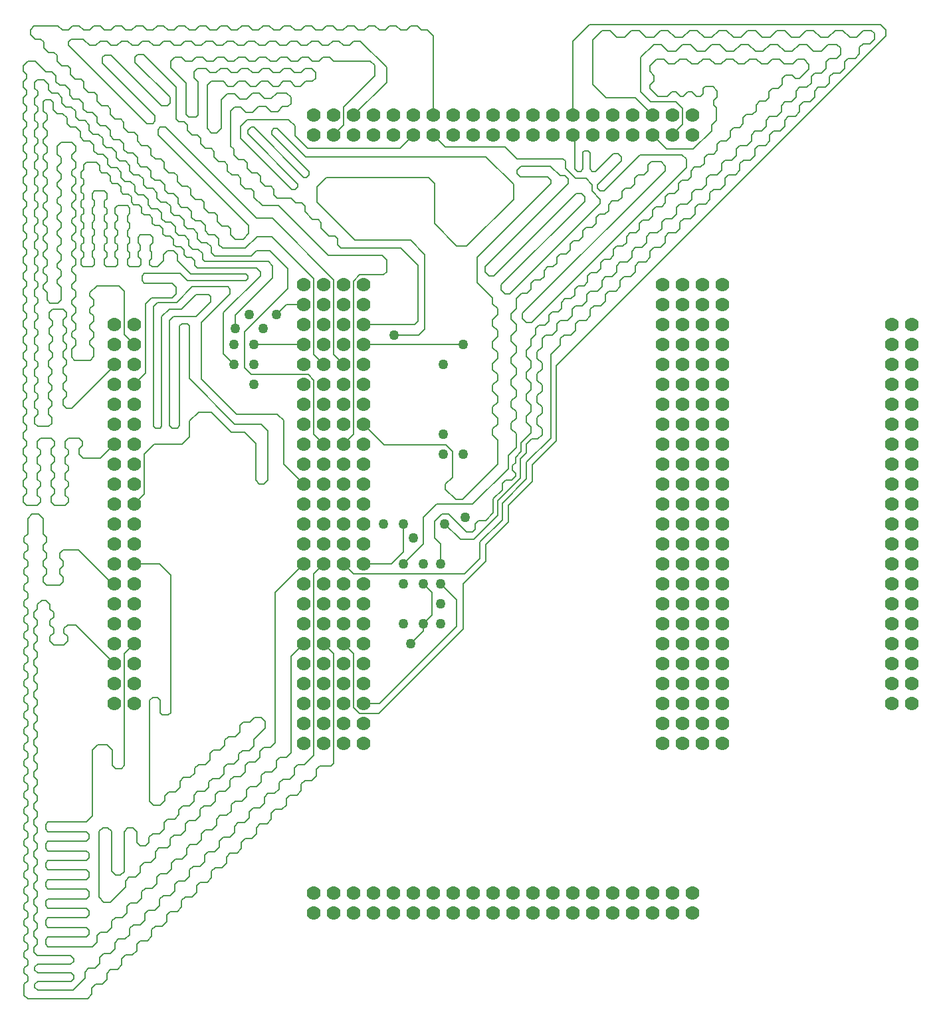
<source format=gbl>
%FSLAX25Y25*%
%MOIN*%
G70*
G01*
G75*
G04 Layer_Physical_Order=4*
G04 Layer_Color=16711680*
%ADD10C,0.00800*%
%ADD11C,0.07000*%
%ADD12C,0.05000*%
D10*
X60000Y255000D02*
X64900Y259900D01*
Y279900D01*
X70000Y285000D01*
X84100D01*
X87800Y288700D01*
Y296600D01*
X92300Y301100D01*
X98500D01*
X108600Y291000D01*
X115300D01*
X120900Y285400D01*
Y267000D02*
Y285400D01*
Y267000D02*
X122800Y265100D01*
X125000D01*
X126900Y267000D01*
Y291700D01*
X123500Y295100D02*
X126900Y291700D01*
X110400Y295100D02*
X123500D01*
X87600Y317900D02*
X110400Y295100D01*
X87600Y317900D02*
Y344300D01*
X86500Y345400D02*
X87600Y344300D01*
X83900Y345400D02*
X86500D01*
X82800Y344300D02*
X83900Y345400D01*
X82800Y294400D02*
Y344300D01*
X81500Y293100D02*
X82800Y294400D01*
X79000Y293100D02*
X81500D01*
X77800Y294300D02*
X79000Y293100D01*
X77800Y294300D02*
Y347100D01*
X79700Y349000D01*
X90900D01*
X98200Y356300D01*
Y359200D01*
X97300Y360100D02*
X98200Y359200D01*
X91000Y360100D02*
X97300D01*
X83600Y352700D02*
X91000Y360100D01*
X77500Y352700D02*
X83600D01*
X73800Y349000D02*
X77500Y352700D01*
X73800Y294000D02*
Y349000D01*
X72900Y293100D02*
X73800Y294000D01*
X70600Y293100D02*
X72900D01*
X69700Y294000D02*
X70600Y293100D01*
X69700Y294000D02*
Y354200D01*
X71500Y356000D01*
X81200D01*
X89100Y363900D01*
X107000D01*
X108100Y362800D01*
Y360300D02*
Y362800D01*
X93700Y345900D02*
X108100Y360300D01*
X93700Y317800D02*
Y345900D01*
Y317800D02*
X111400Y300100D01*
X131700D01*
X134900Y296900D01*
Y275100D02*
Y296900D01*
Y275100D02*
X145000Y265000D01*
X63100Y382500D02*
Y384800D01*
X61900Y381300D02*
X63100Y382500D01*
X61900Y378900D02*
Y381300D01*
X69200Y386000D02*
Y388700D01*
X67900Y384700D02*
X69200Y386000D01*
X67900Y382200D02*
Y384700D01*
X40100Y382800D02*
Y385000D01*
X38900Y381600D02*
X40100Y382800D01*
X38900Y386200D02*
X40100Y385000D01*
X38900Y378900D02*
Y381600D01*
X80900Y360500D02*
Y363800D01*
X78900Y358500D02*
X80900Y360500D01*
X68700Y358500D02*
X78900D01*
X79000Y365700D02*
X80900Y363800D01*
X65600Y355400D02*
X68700Y358500D01*
X65600Y320600D02*
Y355400D01*
X60000Y315000D02*
X65600Y320600D01*
X65100Y365700D02*
X79000D01*
X63900Y366900D02*
X65100Y365700D01*
X63900Y366900D02*
Y369400D01*
X65100Y370600D01*
X83000D01*
X86500Y367100D01*
X115900D01*
X116900Y368100D01*
Y369400D01*
X115900Y370400D02*
X116900Y369400D01*
X88400Y370400D02*
X115900D01*
X81700Y377100D02*
X88400Y370400D01*
X81700Y377100D02*
Y380000D01*
X79800Y381900D02*
X81700Y380000D01*
X76600Y381900D02*
X79800D01*
X74600Y379900D02*
X76600Y381900D01*
X74600Y376900D02*
Y379900D01*
X71600Y373900D02*
X74600Y376900D01*
X68900Y373900D02*
X71600D01*
X67600Y375200D02*
X68900Y373900D01*
X67600Y375200D02*
Y377100D01*
X68700Y378200D01*
Y381400D01*
X67900Y382200D02*
X68700Y381400D01*
X68000Y389900D02*
X69200Y388700D01*
X63100Y389900D02*
X68000D01*
X61900Y388700D02*
X63100Y389900D01*
X61900Y386000D02*
Y388700D01*
Y386000D02*
X63100Y384800D01*
X61900Y378900D02*
X63200Y377600D01*
Y374900D02*
Y377600D01*
X62200Y373900D02*
X63200Y374900D01*
X57500Y373900D02*
X62200D01*
X56500Y374900D02*
X57500Y373900D01*
X56500Y374900D02*
Y377600D01*
X57700Y378800D01*
Y381000D01*
X56500Y382200D02*
X57700Y381000D01*
X56500Y382200D02*
Y384900D01*
X57700Y386100D01*
Y388300D01*
X56500Y389500D02*
X57700Y388300D01*
X56500Y389500D02*
Y392200D01*
X57700Y393400D01*
Y395600D01*
X56500Y396800D02*
X57700Y395600D01*
X56500Y396800D02*
Y399500D01*
X57700Y400700D01*
Y403400D01*
X56500Y404600D02*
X57700Y403400D01*
X51600Y404600D02*
X56500D01*
X50400Y403400D02*
X51600Y404600D01*
X50400Y400700D02*
Y403400D01*
Y400700D02*
X51600Y399500D01*
Y397300D02*
Y399500D01*
X50400Y396100D02*
X51600Y397300D01*
X50400Y393400D02*
Y396100D01*
Y393400D02*
X51600Y392200D01*
Y390000D02*
Y392200D01*
X50400Y388800D02*
X51600Y390000D01*
X50400Y386100D02*
Y388800D01*
Y386100D02*
X51600Y384900D01*
Y382700D02*
Y384900D01*
X50400Y381500D02*
X51600Y382700D01*
X50400Y379000D02*
Y381500D01*
Y379000D02*
X51700Y377700D01*
Y375000D02*
Y377700D01*
X50700Y374000D02*
X51700Y375000D01*
X46000Y374000D02*
X50700D01*
X45000Y375000D02*
X46000Y374000D01*
X45000Y375000D02*
Y377700D01*
X46200Y378900D01*
Y381100D01*
X45000Y382300D02*
X46200Y381100D01*
X45000Y382300D02*
Y385000D01*
X46200Y386200D01*
Y388400D01*
X45000Y389600D02*
X46200Y388400D01*
X45000Y389600D02*
Y392300D01*
X46200Y393500D01*
Y395700D01*
X45000Y396900D02*
X46200Y395700D01*
X45000Y396900D02*
Y399600D01*
X46200Y400800D01*
Y403000D01*
X45000Y404200D02*
X46200Y403000D01*
X45000Y404200D02*
Y406900D01*
X46200Y408100D01*
Y410800D01*
X45000Y412000D02*
X46200Y410800D01*
X40100Y412000D02*
X45000D01*
X38900Y410800D02*
X40100Y412000D01*
X38900Y408100D02*
Y410800D01*
Y408100D02*
X40100Y406900D01*
Y404700D02*
Y406900D01*
X38900Y403500D02*
X40100Y404700D01*
X38900Y400800D02*
Y403500D01*
Y400800D02*
X40100Y399600D01*
Y397400D02*
Y399600D01*
X38900Y396200D02*
X40100Y397400D01*
X38900Y393500D02*
Y396200D01*
Y393500D02*
X40100Y392300D01*
Y390100D02*
Y392300D01*
X38900Y388900D02*
X40100Y390100D01*
X38900Y386200D02*
Y388900D01*
X40100Y375000D02*
Y377700D01*
X38900Y378900D02*
X40100Y377700D01*
X39100Y374000D02*
X40100Y375000D01*
X34400Y374000D02*
X39100D01*
X33400Y375000D02*
X34400Y374000D01*
X33400Y375000D02*
Y377700D01*
X34600Y378900D01*
Y381100D01*
X33400Y382300D02*
X34600Y381100D01*
X33400Y382300D02*
Y385000D01*
X34600Y386200D01*
Y388400D01*
X33400Y389600D02*
X34600Y388400D01*
X33400Y389600D02*
Y392300D01*
X34600Y393500D01*
Y395700D01*
X33400Y396900D02*
X34600Y395700D01*
X33400Y396900D02*
Y399600D01*
X34600Y400800D01*
Y403000D01*
X33400Y404200D02*
X34600Y403000D01*
X33400Y404200D02*
Y406900D01*
X34600Y408100D01*
Y410300D01*
X33400Y411500D02*
X34600Y410300D01*
X33400Y411500D02*
Y414200D01*
X34600Y415400D01*
Y417600D01*
X33400Y418800D02*
X34600Y417600D01*
X33400Y418800D02*
Y421500D01*
X34600Y422700D01*
Y424900D01*
X36100Y426400D01*
X41000D01*
X42600Y424800D01*
Y422300D02*
Y424800D01*
Y422300D02*
X43800Y421100D01*
X46300D01*
X47900Y419500D01*
Y417000D02*
Y419500D01*
Y417000D02*
X49100Y415800D01*
X51600D01*
X53200Y414200D01*
Y411700D02*
Y414200D01*
Y411700D02*
X54400Y410500D01*
X56900D01*
X58500Y408900D01*
Y406400D02*
Y408900D01*
Y406400D02*
X59700Y405200D01*
X41200Y364500D02*
X52200D01*
X37700Y361000D02*
X41200Y364500D01*
X37700Y359300D02*
Y361000D01*
X59700Y405200D02*
X62200D01*
X63800Y403600D01*
Y401100D02*
Y403600D01*
Y401100D02*
X65000Y399900D01*
X67500D01*
X69100Y398300D01*
Y395800D02*
Y398300D01*
Y395800D02*
X70300Y394600D01*
X72800D01*
X74400Y393000D01*
Y390500D02*
Y393000D01*
Y390500D02*
X75600Y389300D01*
X78100D01*
X79700Y387700D01*
Y385200D02*
Y387700D01*
Y385200D02*
X80900Y384000D01*
X83400D01*
X85000Y382400D01*
Y379900D02*
Y382400D01*
Y379900D02*
X86200Y378700D01*
X88700D01*
X90300Y377100D01*
Y374600D02*
Y377100D01*
Y374600D02*
X91500Y373400D01*
X121400D01*
X123300Y371500D01*
Y369500D02*
Y371500D01*
X104700Y350900D02*
X123300Y369500D01*
X104700Y330300D02*
Y350900D01*
Y330300D02*
X110000Y325000D01*
X28700Y404000D02*
X30600Y402100D01*
Y399500D02*
Y402100D01*
X28700Y397600D02*
X30600Y399500D01*
Y391400D02*
Y394000D01*
X28700Y395900D02*
X30600Y394000D01*
X28700Y395900D02*
Y397600D01*
X54900Y340100D02*
X60000Y335000D01*
X54900Y340100D02*
Y361800D01*
X52200Y364500D02*
X54900Y361800D01*
X39600Y354800D02*
Y357400D01*
X37700Y352900D02*
X39600Y354800D01*
X37700Y351200D02*
Y352900D01*
Y359300D02*
X39600Y357400D01*
X37700Y351200D02*
X39600Y349300D01*
Y346700D02*
Y349300D01*
X37700Y344800D02*
X39600Y346700D01*
X37700Y343100D02*
Y344800D01*
Y343100D02*
X39600Y341200D01*
Y338600D02*
Y341200D01*
X37700Y336700D02*
X39600Y338600D01*
X37700Y335000D02*
Y336700D01*
Y335000D02*
X39600Y333100D01*
Y328900D02*
Y333100D01*
X37900Y327200D02*
X39600Y328900D01*
X30100Y327200D02*
X37900D01*
X28700Y328600D02*
X30100Y327200D01*
X28700Y328600D02*
Y332800D01*
X30600Y334700D01*
Y337300D01*
X28700Y339200D02*
X30600Y337300D01*
X28700Y339200D02*
Y340900D01*
X30600Y342800D01*
Y345400D01*
X28700Y347300D02*
X30600Y345400D01*
X28700Y347300D02*
Y349000D01*
X30600Y350900D01*
Y353500D01*
X28700Y355400D02*
X30600Y353500D01*
X28700Y355400D02*
Y357100D01*
X30600Y359000D01*
Y361600D01*
X28700Y363500D02*
X30600Y361600D01*
X28700Y363500D02*
Y365200D01*
X30600Y367100D01*
Y369700D01*
X28700Y371600D02*
X30600Y369700D01*
X28700Y371600D02*
Y373300D01*
X30600Y375200D01*
Y377800D01*
X28700Y379700D02*
X30600Y377800D01*
X28700Y379700D02*
Y381400D01*
X30600Y383300D01*
Y385900D01*
X28700Y387800D02*
X30600Y385900D01*
X28700Y387800D02*
Y389500D01*
X30600Y391400D01*
X28700Y404000D02*
Y405700D01*
X30600Y407600D01*
Y410200D01*
X28700Y412100D02*
X30600Y410200D01*
X28700Y412100D02*
Y413800D01*
X30600Y415700D01*
Y418300D01*
X28700Y420200D02*
X30600Y418300D01*
X28700Y420200D02*
Y421900D01*
X30600Y423800D01*
Y426400D01*
X28700Y428300D02*
X30600Y426400D01*
X28700Y428300D02*
Y430000D01*
X30600Y431900D01*
Y434500D01*
X28700Y436400D02*
X30600Y434500D01*
X23400Y436400D02*
X28700D01*
X21400Y434400D02*
X23400Y436400D01*
X21400Y430500D02*
Y434400D01*
X23300Y426000D02*
Y428600D01*
X21400Y430500D02*
X23300Y428600D01*
Y417900D02*
Y420500D01*
X21400Y422400D02*
X23300Y420500D01*
X21400Y422400D02*
Y424100D01*
X23300Y426000D01*
Y409800D02*
Y412400D01*
X21400Y414300D02*
X23300Y412400D01*
X21400Y414300D02*
Y416000D01*
X23300Y417900D01*
Y401700D02*
Y404300D01*
X21400Y406200D02*
X23300Y404300D01*
X21400Y406200D02*
Y407900D01*
X23300Y409800D01*
Y393600D02*
Y396200D01*
X21400Y398100D02*
X23300Y396200D01*
X21400Y398100D02*
Y399800D01*
X23300Y401700D01*
Y385500D02*
Y388100D01*
X21400Y390000D02*
X23300Y388100D01*
X21400Y390000D02*
Y391700D01*
X23300Y393600D01*
Y377400D02*
Y380000D01*
X21400Y381900D02*
X23300Y380000D01*
X21400Y381900D02*
Y383600D01*
X23300Y385500D01*
X21400Y375500D02*
X23300Y377400D01*
X21400Y373800D02*
Y375500D01*
Y373800D02*
X23300Y371900D01*
Y369300D02*
Y371900D01*
Y357400D02*
Y363800D01*
X21400Y365700D02*
X23300Y363800D01*
X21400Y365700D02*
Y367400D01*
X23300Y369300D01*
X21700Y355800D02*
X23300Y357400D01*
X17800Y355800D02*
X21700D01*
X16200Y357400D02*
X17800Y355800D01*
X16200Y357400D02*
Y361200D01*
X14300Y364800D02*
X16200Y366700D01*
X14300Y363100D02*
Y364800D01*
Y363100D02*
X16200Y361200D01*
X14300Y372900D02*
X16200Y374800D01*
X14300Y371200D02*
Y372900D01*
Y371200D02*
X16200Y369300D01*
Y366700D02*
Y369300D01*
X14300Y381000D02*
X16200Y382900D01*
X14300Y379300D02*
Y381000D01*
Y379300D02*
X16200Y377400D01*
Y374800D02*
Y377400D01*
X14300Y389100D02*
X16200Y391000D01*
X14300Y387400D02*
Y389100D01*
Y387400D02*
X16200Y385500D01*
Y382900D02*
Y385500D01*
X14300Y397200D02*
X16200Y399100D01*
X14300Y395500D02*
Y397200D01*
Y395500D02*
X16200Y393600D01*
Y391000D02*
Y393600D01*
X14300Y405300D02*
X16200Y407200D01*
X14300Y403600D02*
Y405300D01*
Y403600D02*
X16200Y401700D01*
Y399100D02*
Y401700D01*
X14300Y413400D02*
X16200Y415300D01*
X14300Y411700D02*
Y413400D01*
Y411700D02*
X16200Y409800D01*
Y407200D02*
Y409800D01*
X14300Y421500D02*
X16200Y423400D01*
X14300Y419800D02*
Y421500D01*
Y419800D02*
X16200Y417900D01*
Y415300D02*
Y417900D01*
X14300Y429600D02*
X16200Y431500D01*
X14300Y427900D02*
Y429600D01*
Y427900D02*
X16200Y426000D01*
Y423400D02*
Y426000D01*
X14300Y437700D02*
X16200Y439600D01*
X14300Y436000D02*
Y437700D01*
Y436000D02*
X16200Y434100D01*
Y431500D02*
Y434100D01*
Y439600D02*
Y442200D01*
X14300Y444100D02*
X16200Y442200D01*
X14300Y444100D02*
Y445800D01*
X16200Y447700D01*
Y450300D01*
X14300Y452200D02*
X16200Y450300D01*
X14300Y452200D02*
Y456600D01*
X15300Y457600D01*
X18100D01*
X19400Y456300D01*
Y452600D02*
Y456300D01*
X21200Y450800D02*
X24000D01*
X19400Y452600D02*
X21200Y450800D01*
X28000Y444000D02*
X30800D01*
X26200Y445800D02*
X28000Y444000D01*
X24000Y450800D02*
X26200Y448600D01*
Y445800D02*
Y448600D01*
X34800Y437200D02*
X37600D01*
X33000Y439000D02*
X34800Y437200D01*
X30800Y444000D02*
X33000Y441800D01*
Y439000D02*
Y441800D01*
X41600Y430400D02*
X44400D01*
X39800Y432200D02*
X41600Y430400D01*
X37600Y437200D02*
X39800Y435000D01*
Y432200D02*
Y435000D01*
X48400Y423600D02*
X51200D01*
X46600Y425400D02*
X48400Y423600D01*
X44400Y430400D02*
X46600Y428200D01*
Y425400D02*
Y428200D01*
X55200Y416800D02*
X58000D01*
X53400Y418600D02*
X55200Y416800D01*
X51200Y423600D02*
X53400Y421400D01*
Y418600D02*
Y421400D01*
X62000Y410000D02*
X64800D01*
X60200Y411800D02*
X62000Y410000D01*
X58000Y416800D02*
X60200Y414600D01*
Y411800D02*
Y414600D01*
X68800Y403200D02*
X71600D01*
X67000Y405000D02*
X68800Y403200D01*
X64800Y410000D02*
X67000Y407800D01*
Y405000D02*
Y407800D01*
X75600Y396400D02*
X78400D01*
X73800Y398200D02*
X75600Y396400D01*
X71600Y403200D02*
X73800Y401000D01*
Y398200D02*
Y401000D01*
X82400Y389600D02*
X85200D01*
X80600Y391400D02*
X82400Y389600D01*
X78400Y396400D02*
X80600Y394200D01*
Y391400D02*
Y394200D01*
X87400Y384600D02*
Y387400D01*
X85200Y389600D02*
X87400Y387400D01*
Y384600D02*
X89200Y382800D01*
X92000D01*
X94200Y380600D01*
Y377800D02*
Y380600D01*
Y377800D02*
X95400Y376600D01*
X127200D01*
X129300Y374500D01*
Y368300D02*
Y374500D01*
X110800Y349800D02*
X129300Y368300D01*
X110800Y343100D02*
Y349800D01*
X120000Y335000D02*
X145000D01*
X143100Y343100D02*
X145000Y345000D01*
X131200Y350000D02*
X136200Y355000D01*
X145000D01*
X137100Y363200D02*
Y372900D01*
X115200Y341300D02*
X137100Y363200D01*
X115200Y323500D02*
Y341300D01*
X118800Y319900D02*
X147200D01*
X115200Y323500D02*
X118800Y319900D01*
X50000Y324300D02*
Y325000D01*
X28800Y303100D02*
X50000Y324300D01*
X25900Y303100D02*
X28800D01*
X24300Y304700D02*
Y307500D01*
Y304700D02*
X25900Y303100D01*
X24300Y312700D02*
Y315500D01*
Y312700D02*
X25900Y311100D01*
Y309100D02*
Y311100D01*
X24300Y307500D02*
X25900Y309100D01*
X24300Y320700D02*
Y323500D01*
Y320700D02*
X25900Y319100D01*
Y317100D02*
Y319100D01*
X24300Y315500D02*
X25900Y317100D01*
X24300Y328700D02*
Y331500D01*
Y328700D02*
X25900Y327100D01*
Y325100D02*
Y327100D01*
X24300Y323500D02*
X25900Y325100D01*
X24300Y336700D02*
Y339500D01*
Y336700D02*
X25900Y335100D01*
Y333100D02*
Y335100D01*
X24300Y331500D02*
X25900Y333100D01*
X24300Y339500D02*
X25900Y341100D01*
Y343100D01*
X24300Y344700D02*
X25900Y343100D01*
X24300Y344700D02*
Y347500D01*
X25900Y349100D01*
Y351100D01*
X24300Y352700D02*
X25900Y351100D01*
X18900Y352700D02*
X24300D01*
X18900Y344700D02*
Y346700D01*
X17300Y348300D02*
X18900Y346700D01*
X17300Y348300D02*
Y351100D01*
X18900Y352700D01*
Y336700D02*
Y338700D01*
X17300Y340300D02*
X18900Y338700D01*
X17300Y340300D02*
Y343100D01*
X18900Y344700D01*
Y328700D02*
Y330700D01*
X17300Y332300D02*
X18900Y330700D01*
X17300Y332300D02*
Y335100D01*
X18900Y336700D01*
X18500Y320300D02*
Y322300D01*
X16900Y323900D02*
X18500Y322300D01*
X16900Y323900D02*
Y326700D01*
X18900Y328700D01*
X18500Y312300D02*
Y314300D01*
X16900Y315900D02*
X18500Y314300D01*
X16900Y315900D02*
Y318700D01*
X18500Y320300D01*
X16900Y310700D02*
X18500Y312300D01*
X16900Y307900D02*
Y310700D01*
Y307900D02*
X18500Y306300D01*
Y304300D02*
Y306300D01*
X16900Y302700D02*
X18500Y304300D01*
X16900Y299900D02*
Y302700D01*
Y299900D02*
X18500Y298300D01*
Y295500D02*
Y298300D01*
X16900Y293900D02*
X18500Y295500D01*
X11500Y293900D02*
X16900D01*
X9900Y295500D02*
Y298300D01*
Y295500D02*
X11500Y293900D01*
X9900Y303500D02*
Y306300D01*
Y303500D02*
X11500Y301900D01*
Y299900D02*
Y301900D01*
X9900Y298300D02*
X11500Y299900D01*
X9900Y311500D02*
Y314300D01*
Y311500D02*
X11500Y309900D01*
Y307900D02*
Y309900D01*
X9900Y306300D02*
X11500Y307900D01*
X9900Y319500D02*
Y322300D01*
Y319500D02*
X11500Y317900D01*
Y315900D02*
Y317900D01*
X9900Y314300D02*
X11500Y315900D01*
X9900Y327500D02*
Y330300D01*
Y327500D02*
X11500Y325900D01*
Y323900D02*
Y325900D01*
X9900Y322300D02*
X11500Y323900D01*
X9900Y335500D02*
Y338300D01*
Y335500D02*
X11500Y333900D01*
Y331900D02*
Y333900D01*
X9900Y330300D02*
X11500Y331900D01*
X9900Y343500D02*
Y346300D01*
Y343500D02*
X11500Y341900D01*
Y339900D02*
Y341900D01*
X9900Y338300D02*
X11500Y339900D01*
X9900Y351500D02*
Y354300D01*
Y351500D02*
X11500Y349900D01*
Y347900D02*
Y349900D01*
X9900Y346300D02*
X11500Y347900D01*
X9900Y359500D02*
Y362300D01*
Y359500D02*
X11500Y357900D01*
Y355900D02*
Y357900D01*
X9900Y354300D02*
X11500Y355900D01*
X9900Y367500D02*
Y370300D01*
Y367500D02*
X11500Y365900D01*
Y363900D02*
Y365900D01*
X9900Y362300D02*
X11500Y363900D01*
X9900Y375500D02*
Y378300D01*
Y375500D02*
X11500Y373900D01*
Y371900D02*
Y373900D01*
X9900Y370300D02*
X11500Y371900D01*
X9900Y383500D02*
Y386300D01*
Y383500D02*
X11500Y381900D01*
Y379900D02*
Y381900D01*
X9900Y378300D02*
X11500Y379900D01*
X9900Y391500D02*
Y394300D01*
Y391500D02*
X11500Y389900D01*
Y387900D02*
Y389900D01*
X9900Y386300D02*
X11500Y387900D01*
X9900Y399500D02*
Y402300D01*
Y399500D02*
X11500Y397900D01*
Y395900D02*
Y397900D01*
X9900Y394300D02*
X11500Y395900D01*
X9900Y407500D02*
Y410300D01*
Y407500D02*
X11500Y405900D01*
Y403900D02*
Y405900D01*
X9900Y402300D02*
X11500Y403900D01*
X9900Y415500D02*
Y418300D01*
Y415500D02*
X11500Y413900D01*
Y411900D02*
Y413900D01*
X9900Y410300D02*
X11500Y411900D01*
X9900Y423500D02*
Y426300D01*
Y423500D02*
X11500Y421900D01*
Y419900D02*
Y421900D01*
X9900Y418300D02*
X11500Y419900D01*
X9900Y431500D02*
Y434300D01*
Y431500D02*
X11500Y429900D01*
Y427900D02*
Y429900D01*
X9900Y426300D02*
X11500Y427900D01*
X9900Y439500D02*
Y442300D01*
Y439500D02*
X11500Y437900D01*
Y435900D02*
Y437900D01*
X9900Y434300D02*
X11500Y435900D01*
X9900Y447500D02*
Y450300D01*
Y447500D02*
X11500Y445900D01*
Y443900D02*
Y445900D01*
X9900Y442300D02*
X11500Y443900D01*
X9900Y450300D02*
X11500Y451900D01*
Y453900D01*
X9900Y455500D02*
X11500Y453900D01*
X9900Y455500D02*
Y458300D01*
X11500Y459900D01*
Y461900D01*
X9900Y463500D02*
X11500Y461900D01*
X9900Y463500D02*
Y466300D01*
X11300Y467700D01*
X17000Y462700D02*
Y465500D01*
X14800Y467700D02*
X17000Y465500D01*
X11300Y467700D02*
X14800D01*
X23800Y455900D02*
Y458700D01*
X21600Y460900D02*
X23800Y458700D01*
X18800Y460900D02*
X21600D01*
X17000Y462700D02*
X18800Y460900D01*
X30600Y449100D02*
Y451900D01*
X28400Y454100D02*
X30600Y451900D01*
X25600Y454100D02*
X28400D01*
X23800Y455900D02*
X25600Y454100D01*
X37400Y442300D02*
Y445100D01*
X35200Y447300D02*
X37400Y445100D01*
X32400Y447300D02*
X35200D01*
X30600Y449100D02*
X32400Y447300D01*
X44200Y435500D02*
Y438300D01*
X42000Y440500D02*
X44200Y438300D01*
X39200Y440500D02*
X42000D01*
X37400Y442300D02*
X39200Y440500D01*
X51000Y428700D02*
Y431500D01*
X48800Y433700D02*
X51000Y431500D01*
X46000Y433700D02*
X48800D01*
X44200Y435500D02*
X46000Y433700D01*
X51000Y428700D02*
X52800Y426900D01*
X57800Y421900D02*
Y424700D01*
X55600Y426900D02*
X57800Y424700D01*
X52800Y426900D02*
X55600D01*
X57800Y421900D02*
X59600Y420100D01*
X64600Y415100D02*
Y417900D01*
X62400Y420100D02*
X64600Y417900D01*
X59600Y420100D02*
X62400D01*
X71400Y408300D02*
Y411100D01*
X69200Y413300D02*
X71400Y411100D01*
X66400Y413300D02*
X69200D01*
X64600Y415100D02*
X66400Y413300D01*
X78200Y401500D02*
Y404300D01*
X76000Y406500D02*
X78200Y404300D01*
X73200Y406500D02*
X76000D01*
X71400Y408300D02*
X73200Y406500D01*
X85000Y394700D02*
Y397500D01*
X82800Y399700D02*
X85000Y397500D01*
X80000Y399700D02*
X82800D01*
X78200Y401500D02*
X80000Y399700D01*
X85000Y394700D02*
X86800Y392900D01*
X89600D01*
X91800Y390700D01*
Y387900D02*
Y390700D01*
Y387900D02*
X93600Y386100D01*
X96400D01*
X98600Y383900D01*
Y381100D02*
Y383900D01*
Y381100D02*
X100400Y379300D01*
X118700D01*
X121400Y382000D01*
X128000D01*
X137100Y372900D01*
X98800Y441100D02*
X101400D01*
X96500Y443400D02*
X98800Y441100D01*
X96500Y443400D02*
Y464900D01*
X147700Y420200D02*
Y421700D01*
X128900Y440500D02*
X147700Y421700D01*
X128900Y440500D02*
Y442200D01*
X277700Y415700D02*
Y418100D01*
X276000Y419800D02*
X277700Y418100D01*
X273500Y419800D02*
X276000D01*
X293800Y405700D02*
Y407800D01*
X289700Y411900D02*
X293800Y407800D01*
X289700Y411900D02*
Y415100D01*
X285900Y406700D02*
Y409100D01*
X244100Y364900D02*
X285900Y406700D01*
X244100Y362300D02*
Y364900D01*
X235900Y373900D02*
X277700Y415700D01*
X235900Y371300D02*
Y373900D01*
X147200Y319900D02*
X150100Y317000D01*
Y289900D02*
Y317000D01*
Y289900D02*
X155000Y285000D01*
X268900Y288000D02*
Y329900D01*
X256800Y275900D02*
X268900Y288000D01*
X256800Y267600D02*
Y275900D01*
X157230Y379700D02*
X184200D01*
X132230Y404700D02*
X157230Y379700D01*
X124200Y404700D02*
X132230D01*
X150100Y329900D02*
Y368100D01*
X129000Y389200D02*
X150100Y368100D01*
X121500Y389200D02*
X129000D01*
X33900Y284300D02*
Y286300D01*
X32300Y287900D02*
X33900Y286300D01*
X26900Y287900D02*
X32300D01*
X43000Y278000D02*
X50000Y285000D01*
X34200Y278000D02*
X43000D01*
X32300Y279900D02*
X34200Y278000D01*
X32300Y279900D02*
Y282700D01*
X33900Y284300D01*
X25300Y254300D02*
X26900Y255900D01*
Y257900D01*
X25300Y270300D02*
X26900Y271900D01*
Y273900D01*
X25300Y275500D02*
X26900Y273900D01*
X25300Y275500D02*
Y278300D01*
X26900Y279900D01*
Y281900D01*
X25300Y259500D02*
X26900Y257900D01*
X25300Y259500D02*
Y262300D01*
X26900Y263900D01*
Y265900D01*
X25300Y267500D02*
X26900Y265900D01*
X25300Y267500D02*
Y270300D01*
Y283500D02*
X26900Y281900D01*
X25300Y283500D02*
Y286300D01*
X26900Y287900D01*
X19900Y254300D02*
X25300D01*
X18300Y255900D02*
X19900Y254300D01*
X18300Y279900D02*
Y282700D01*
Y279900D02*
X19900Y278300D01*
Y276300D02*
Y278300D01*
X18300Y274700D02*
X19900Y276300D01*
X18300Y271900D02*
Y274700D01*
Y271900D02*
X19900Y270300D01*
Y268300D02*
Y270300D01*
X18300Y266700D02*
X19900Y268300D01*
X18300Y287900D02*
X19900Y286300D01*
Y284300D02*
Y286300D01*
X18300Y282700D02*
X19900Y284300D01*
X18300Y263900D02*
Y266700D01*
Y263900D02*
X19900Y262300D01*
Y260300D02*
Y262300D01*
X18300Y258700D02*
X19900Y260300D01*
X18300Y255900D02*
Y258700D01*
X12900Y287900D02*
X18300D01*
X11300Y286300D02*
X12900Y287900D01*
X11300Y283500D02*
Y286300D01*
Y283500D02*
X12900Y281900D01*
X11300Y267500D02*
Y270300D01*
Y267500D02*
X12900Y265900D01*
Y263900D02*
Y265900D01*
X11300Y262300D02*
X12900Y263900D01*
X11300Y259500D02*
Y262300D01*
Y259500D02*
X12900Y257900D01*
Y279900D02*
Y281900D01*
X11300Y278300D02*
X12900Y279900D01*
X11300Y275500D02*
Y278300D01*
Y275500D02*
X12900Y273900D01*
Y271900D02*
Y273900D01*
X11300Y270300D02*
X12900Y271900D01*
Y255900D02*
Y257900D01*
X11300Y254300D02*
X12900Y255900D01*
X5900Y254300D02*
X11300D01*
X4300Y255900D02*
X5900Y254300D01*
X4300Y255900D02*
Y258700D01*
X5900Y260300D01*
Y262300D01*
X4300Y263900D02*
X5900Y262300D01*
X4300Y263900D02*
Y266700D01*
Y303900D02*
Y306700D01*
Y303900D02*
X5900Y302300D01*
Y300300D02*
Y302300D01*
X4300Y298700D02*
X5900Y300300D01*
X4300Y282700D02*
X5900Y284300D01*
Y286300D01*
X4300Y287900D02*
X5900Y286300D01*
X4300Y287900D02*
Y290700D01*
X5900Y292300D01*
Y294300D01*
X4300Y295900D02*
X5900Y294300D01*
X4300Y295900D02*
Y298700D01*
Y266700D02*
X5900Y268300D01*
Y270300D01*
X4300Y271900D02*
X5900Y270300D01*
X4300Y271900D02*
Y274700D01*
X5900Y276300D01*
Y278300D01*
X4300Y279900D02*
X5900Y278300D01*
X4300Y279900D02*
Y282700D01*
Y343900D02*
Y346700D01*
Y343900D02*
X5900Y342300D01*
Y340300D02*
Y342300D01*
X4300Y338700D02*
X5900Y340300D01*
X4300Y322700D02*
X5900Y324300D01*
Y326300D01*
X4300Y327900D02*
X5900Y326300D01*
X4300Y327900D02*
Y330700D01*
X5900Y332300D01*
Y334300D01*
X4300Y335900D02*
X5900Y334300D01*
X4300Y335900D02*
Y338700D01*
Y306700D02*
X5900Y308300D01*
Y310300D01*
X4300Y311900D02*
X5900Y310300D01*
X4300Y311900D02*
Y314700D01*
X5900Y316300D01*
Y318300D01*
X4300Y319900D02*
X5900Y318300D01*
X4300Y319900D02*
Y322700D01*
Y383900D02*
Y386700D01*
Y383900D02*
X5900Y382300D01*
Y380300D02*
Y382300D01*
X4300Y378700D02*
X5900Y380300D01*
X4300Y362700D02*
X5900Y364300D01*
Y366300D01*
X4300Y367900D02*
X5900Y366300D01*
X4300Y367900D02*
Y370700D01*
X5900Y372300D01*
Y374300D01*
X4300Y375900D02*
X5900Y374300D01*
X4300Y375900D02*
Y378700D01*
Y346700D02*
X5900Y348300D01*
Y350300D01*
X4300Y351900D02*
X5900Y350300D01*
X4300Y351900D02*
Y354700D01*
X5900Y356300D01*
Y358300D01*
X4300Y359900D02*
X5900Y358300D01*
X4300Y359900D02*
Y362700D01*
Y423900D02*
Y426700D01*
Y423900D02*
X5900Y422300D01*
Y420300D02*
Y422300D01*
X4300Y418700D02*
X5900Y420300D01*
X4300Y402700D02*
X5900Y404300D01*
Y406300D01*
X4300Y407900D02*
X5900Y406300D01*
X4300Y407900D02*
Y410700D01*
X5900Y412300D01*
Y414300D01*
X4300Y415900D02*
X5900Y414300D01*
X4300Y415900D02*
Y418700D01*
Y386700D02*
X5900Y388300D01*
Y390300D01*
X4300Y391900D02*
X5900Y390300D01*
X4300Y391900D02*
Y394700D01*
X5900Y396300D01*
Y398300D01*
X4300Y399900D02*
X5900Y398300D01*
X4300Y399900D02*
Y402700D01*
Y439900D02*
Y442700D01*
Y439900D02*
X5900Y438300D01*
Y436300D02*
Y438300D01*
X4300Y434700D02*
X5900Y436300D01*
X4300Y431900D02*
Y434700D01*
Y431900D02*
X5900Y430300D01*
Y428300D02*
Y430300D01*
X4300Y426700D02*
X5900Y428300D01*
X4300Y455900D02*
Y458700D01*
Y455900D02*
X5900Y454300D01*
Y452300D02*
Y454300D01*
X4300Y450700D02*
X5900Y452300D01*
X4300Y447900D02*
Y450700D01*
Y447900D02*
X5900Y446300D01*
Y444300D02*
Y446300D01*
X4300Y442700D02*
X5900Y444300D01*
X4300Y458700D02*
X5900Y460300D01*
Y462300D01*
X4300Y463900D02*
X5900Y462300D01*
X4300Y463900D02*
Y466700D01*
X5900Y468300D01*
Y470300D01*
X4300Y471900D02*
X5900Y470300D01*
X4300Y471900D02*
Y474700D01*
X6800Y477200D01*
X10400D01*
X15800Y471800D01*
X25400Y465000D02*
X27600Y462800D01*
Y460000D02*
Y462800D01*
X15800Y471800D02*
X18600D01*
X20800Y469600D01*
Y466800D02*
Y469600D01*
Y466800D02*
X22600Y465000D01*
X25400D01*
X39000Y451400D02*
X41200Y449200D01*
Y446400D02*
Y449200D01*
X29400Y458200D02*
X32200D01*
X27600Y460000D02*
X29400Y458200D01*
X32200D02*
X34400Y456000D01*
Y453200D02*
Y456000D01*
Y453200D02*
X36200Y451400D01*
X39000D01*
X52600Y437800D02*
X54800Y435600D01*
Y432800D02*
Y435600D01*
X43000Y444600D02*
X45800D01*
X41200Y446400D02*
X43000Y444600D01*
X45800D02*
X48000Y442400D01*
Y439600D02*
Y442400D01*
Y439600D02*
X49800Y437800D01*
X52600D01*
X66200Y424200D02*
X68400Y422000D01*
Y419200D02*
Y422000D01*
X56600Y431000D02*
X59400D01*
X54800Y432800D02*
X56600Y431000D01*
X59400D02*
X61600Y428800D01*
Y426000D02*
Y428800D01*
Y426000D02*
X63400Y424200D01*
X66200D01*
X77000Y410600D02*
X79800D01*
X75200Y412400D02*
X77000Y410600D01*
X75200Y412400D02*
Y415200D01*
X73000Y417400D02*
X75200Y415200D01*
X68400Y419200D02*
X70200Y417400D01*
X73000D01*
X83800Y403800D02*
X86600D01*
X82000Y405600D02*
X83800Y403800D01*
X82000Y405600D02*
Y408400D01*
X79800Y410600D02*
X82000Y408400D01*
X90600Y397000D02*
X93400D01*
X88800Y398800D02*
X90600Y397000D01*
X88800Y398800D02*
Y401600D01*
X86600Y403800D02*
X88800Y401600D01*
X93400Y397000D02*
X95600Y394800D01*
Y392000D02*
Y394800D01*
Y392000D02*
X97400Y390200D01*
X100200D01*
X102400Y388000D01*
Y385200D02*
Y388000D01*
Y385200D02*
X104200Y383400D01*
X115700D01*
X121500Y389200D01*
X150100Y329900D02*
X155000Y325000D01*
X45400Y480200D02*
X48300D01*
X44100Y478900D02*
X45400Y480200D01*
X44100Y476000D02*
Y478900D01*
X78000Y455900D02*
Y458900D01*
X60400Y476500D02*
X78000Y458900D01*
X60400Y476500D02*
Y478900D01*
X70400Y447000D02*
Y449700D01*
X44100Y476000D02*
X70400Y449700D01*
X280000Y450000D02*
Y486900D01*
X288400Y495300D01*
X434400D01*
X437000Y492700D01*
Y489800D02*
Y492700D01*
X271700Y324500D02*
X437000Y489800D01*
X271700Y286800D02*
Y324500D01*
X259600Y274700D02*
X271700Y286800D01*
X236200Y234700D02*
X247500Y246000D01*
X182600Y150100D02*
X224900Y192400D01*
X172970Y150100D02*
X182600D01*
X170100Y152970D02*
X172970Y150100D01*
X170100Y152970D02*
Y179900D01*
X165000Y185000D02*
X170100Y179900D01*
X224900Y192400D02*
Y215100D01*
X236200Y226400D01*
Y234700D01*
X247500Y246000D02*
Y254300D01*
X259600Y266400D01*
Y274700D01*
X290000Y487600D02*
X294800Y492400D01*
X298600D01*
X302100Y488900D01*
X305900D01*
X309400Y492400D01*
X313200D01*
X316700Y488900D01*
X320500D01*
X331300D02*
X335100D01*
X327800Y492400D02*
X331300Y488900D01*
X324000Y492400D02*
X327800D01*
X320500Y488900D02*
X324000Y492400D01*
X345900Y488900D02*
X349700D01*
X342400Y492400D02*
X345900Y488900D01*
X338600Y492400D02*
X342400D01*
X335100Y488900D02*
X338600Y492400D01*
X360500Y488900D02*
X364300D01*
X357000Y492400D02*
X360500Y488900D01*
X353200Y492400D02*
X357000D01*
X349700Y488900D02*
X353200Y492400D01*
X375100Y488900D02*
X378900D01*
X371600Y492400D02*
X375100Y488900D01*
X367800Y492400D02*
X371600D01*
X364300Y488900D02*
X367800Y492400D01*
X389700Y488900D02*
X393500D01*
X386200Y492400D02*
X389700Y488900D01*
X382400Y492400D02*
X386200D01*
X378900Y488900D02*
X382400Y492400D01*
X404300Y488900D02*
X408100D01*
X400800Y492400D02*
X404300Y488900D01*
X397000Y492400D02*
X400800D01*
X393500Y488900D02*
X397000Y492400D01*
X418900Y488900D02*
X422300D01*
X415400Y492400D02*
X418900Y488900D01*
X411600Y492400D02*
X415400D01*
X408100Y488900D02*
X411600Y492400D01*
X422300Y488900D02*
X425800Y492400D01*
X429800D01*
X431300Y490900D01*
Y488100D02*
Y490900D01*
X429000Y485800D02*
X431300Y488100D01*
X425600Y485800D02*
X429000D01*
X423800Y484000D02*
X425600Y485800D01*
X423800Y480800D02*
Y484000D01*
X421500Y478500D02*
X423800Y480800D01*
X414000Y471200D02*
X416300Y473500D01*
Y476700D01*
X418100Y478500D01*
X421500D01*
X406500Y463900D02*
X408800Y466200D01*
Y469400D01*
X410600Y471200D01*
X414000D01*
X399000Y456600D02*
X401300Y458900D01*
Y462100D01*
X403100Y463900D01*
X406500D01*
X391500Y449300D02*
X393800Y451600D01*
Y454800D01*
X395600Y456600D01*
X399000D01*
X384000Y442000D02*
X386300Y444300D01*
Y447500D01*
X388100Y449300D01*
X391500D01*
X376500Y434700D02*
X378800Y437000D01*
Y440200D01*
X380600Y442000D01*
X384000D01*
X369000Y427400D02*
X371300Y429700D01*
Y432900D01*
X373100Y434700D01*
X376500D01*
X361500Y420100D02*
X363800Y422400D01*
Y425600D01*
X365600Y427400D01*
X369000D01*
X354000Y412800D02*
X356300Y415100D01*
Y418300D01*
X358100Y420100D01*
X361500D01*
X346500Y405500D02*
X348800Y407800D01*
Y411000D01*
X350600Y412800D01*
X354000D01*
X339000Y398200D02*
X341300Y400500D01*
Y403700D01*
X343100Y405500D01*
X346500D01*
X333800Y396400D02*
X335600Y398200D01*
X339000D01*
X324000Y383600D02*
X326300Y385900D01*
Y389100D01*
X316500Y376300D02*
X318800Y378600D01*
Y381800D01*
X320600Y383600D01*
X324000D01*
X309000Y369000D02*
X311300Y371300D01*
Y374500D01*
X313100Y376300D01*
X316500D01*
X301500Y361700D02*
X303800Y364000D01*
Y367200D01*
X305600Y369000D01*
X309000D01*
X294000Y354400D02*
X296300Y356700D01*
Y359900D01*
X298100Y361700D01*
X301500D01*
X286500Y347100D02*
X288800Y349400D01*
Y352600D01*
X290600Y354400D01*
X294000D01*
X279000Y339800D02*
X281300Y342100D01*
Y345300D01*
X283100Y347100D01*
X286500D01*
X268900Y329900D02*
X273800Y334800D01*
Y338000D01*
X275600Y339800D01*
X244700Y255500D02*
X256800Y267600D01*
X225700Y220000D02*
X233400Y227700D01*
X170000Y220000D02*
X225700D01*
X165000Y225000D02*
X170000Y220000D01*
X290000Y465400D02*
Y487600D01*
Y465400D02*
X296600Y458800D01*
X331500Y390900D02*
X333800Y393200D01*
Y396400D01*
X326300Y389100D02*
X328100Y390900D01*
X331500D01*
X275600Y339800D02*
X279000D01*
X213500Y215000D02*
X221600Y206900D01*
Y193700D02*
Y206900D01*
X182900Y155000D02*
X221600Y193700D01*
X175000Y155000D02*
X182900D01*
X215500Y245000D02*
Y245400D01*
X233400Y227700D02*
Y235900D01*
X244700Y247200D01*
Y255500D01*
X242200Y249300D02*
Y256600D01*
X253700Y268100D01*
X230300Y237400D02*
X242200Y249300D01*
X223500Y237400D02*
X230300D01*
X198800Y185200D02*
X205000Y191400D01*
Y195000D01*
X209400Y199400D01*
Y210600D01*
X205000Y215000D02*
X209400Y210600D01*
X213500Y225000D02*
Y235000D01*
X210600Y237900D02*
X213500Y235000D01*
X253700Y268100D02*
Y277800D01*
X256700Y280800D01*
Y285000D01*
X259400Y287700D01*
X262400D01*
X264500Y289800D01*
Y292700D01*
X262000Y295200D02*
X264500Y292700D01*
X262000Y295200D02*
Y298300D01*
X264500Y300800D01*
Y303700D01*
X262000Y306200D02*
X264500Y303700D01*
X262000Y306200D02*
Y309300D01*
X264500Y311800D01*
Y314700D01*
X262000Y317200D02*
X264500Y314700D01*
X262000Y317200D02*
Y320300D01*
X264500Y322800D01*
Y325700D01*
X262000Y328200D02*
X264500Y325700D01*
X262000Y328200D02*
Y331300D01*
X264500Y333800D01*
Y338000D01*
X266300Y339800D01*
X269700D01*
X272000Y342100D01*
Y345300D01*
X273800Y347100D01*
X277200D01*
X279500Y349400D01*
Y352600D01*
X287000Y356700D02*
Y359900D01*
X284700Y354400D02*
X287000Y356700D01*
X281300Y354400D02*
X284700D01*
X279500Y352600D02*
X281300Y354400D01*
X294500Y364000D02*
Y367200D01*
X292200Y361700D02*
X294500Y364000D01*
X288800Y361700D02*
X292200D01*
X287000Y359900D02*
X288800Y361700D01*
X302000Y371300D02*
Y374500D01*
X299700Y369000D02*
X302000Y371300D01*
X296300Y369000D02*
X299700D01*
X294500Y367200D02*
X296300Y369000D01*
X309500Y378600D02*
Y381800D01*
X307200Y376300D02*
X309500Y378600D01*
X303800Y376300D02*
X307200D01*
X302000Y374500D02*
X303800Y376300D01*
X317000Y385900D02*
Y389100D01*
X314700Y383600D02*
X317000Y385900D01*
X311300Y383600D02*
X314700D01*
X309500Y381800D02*
X311300Y383600D01*
X324500Y393200D02*
Y396400D01*
X322200Y390900D02*
X324500Y393200D01*
X318800Y390900D02*
X322200D01*
X317000Y389100D02*
X318800Y390900D01*
X332000Y400500D02*
Y403700D01*
X329700Y398200D02*
X332000Y400500D01*
X326300Y398200D02*
X329700D01*
X324500Y396400D02*
X326300Y398200D01*
X339500Y407800D02*
Y411000D01*
X337200Y405500D02*
X339500Y407800D01*
X333800Y405500D02*
X337200D01*
X332000Y403700D02*
X333800Y405500D01*
X347000Y415100D02*
Y418300D01*
X344700Y412800D02*
X347000Y415100D01*
X341300Y412800D02*
X344700D01*
X339500Y411000D02*
X341300Y412800D01*
X354500Y422400D02*
Y425600D01*
X352200Y420100D02*
X354500Y422400D01*
X348800Y420100D02*
X352200D01*
X347000Y418300D02*
X348800Y420100D01*
X362000Y429700D02*
Y432900D01*
X359700Y427400D02*
X362000Y429700D01*
X356300Y427400D02*
X359700D01*
X354500Y425600D02*
X356300Y427400D01*
X369500Y437000D02*
Y440200D01*
X367200Y434700D02*
X369500Y437000D01*
X363800Y434700D02*
X367200D01*
X362000Y432900D02*
X363800Y434700D01*
X377000Y444300D02*
Y447500D01*
X374700Y442000D02*
X377000Y444300D01*
X371300Y442000D02*
X374700D01*
X369500Y440200D02*
X371300Y442000D01*
X384500Y451600D02*
Y454800D01*
X382200Y449300D02*
X384500Y451600D01*
X378800Y449300D02*
X382200D01*
X377000Y447500D02*
X378800Y449300D01*
X392000Y458900D02*
Y462100D01*
X389700Y456600D02*
X392000Y458900D01*
X386300Y456600D02*
X389700D01*
X384500Y454800D02*
X386300Y456600D01*
X399500Y466200D02*
Y469400D01*
X397200Y463900D02*
X399500Y466200D01*
X393800Y463900D02*
X397200D01*
X392000Y462100D02*
X393800Y463900D01*
X407000Y473500D02*
Y476700D01*
X404700Y471200D02*
X407000Y473500D01*
X401300Y471200D02*
X404700D01*
X399500Y469400D02*
X401300Y471200D01*
X412200Y478500D02*
X414200Y480500D01*
X408800Y478500D02*
X412200D01*
X407000Y476700D02*
X408800Y478500D01*
X414200Y480500D02*
Y483700D01*
X412400Y485500D02*
X414200Y483700D01*
X408100Y485500D02*
X412400D01*
X404600Y482000D02*
X408100Y485500D01*
X400800Y482000D02*
X404600D01*
X397300Y485500D02*
X400800Y482000D01*
X393500Y485500D02*
X397300D01*
X378900D02*
X382700D01*
X386200Y482000D01*
X390000D01*
X393500Y485500D01*
X364300D02*
X368100D01*
X371600Y482000D01*
X375400D01*
X378900Y485500D01*
X349700D02*
X353500D01*
X357000Y482000D01*
X360800D01*
X364300Y485500D01*
X338900D02*
X342400Y482000D01*
X346200D01*
X349700Y485500D01*
X330000Y439917D02*
Y440316D01*
X335100Y485500D02*
X338900D01*
X327800Y482000D02*
X331600D01*
X335100Y485500D01*
X324300D02*
X327800Y482000D01*
X320500Y485500D02*
X324300D01*
X314000Y479000D02*
X320500Y485500D01*
X296600Y458800D02*
X311200D01*
X320000Y450000D01*
X330000Y440316D02*
X335000Y445317D01*
Y453400D01*
X331700Y456700D02*
X335000Y453400D01*
X319100Y456700D02*
X331700D01*
X314000Y461800D02*
Y479000D01*
Y461800D02*
X319100Y456700D01*
X230900Y242300D02*
Y245100D01*
X232600Y246800D01*
X236200D01*
X240100Y250700D01*
Y257800D01*
X244500Y262200D01*
Y265300D01*
X246200Y267000D01*
X249300D01*
X251300Y269000D01*
Y270400D01*
X249800Y271900D02*
X251300Y270400D01*
X249800Y271900D02*
Y274400D01*
X251200Y275800D01*
Y278400D01*
X254100Y281300D01*
Y285800D01*
X259000Y290700D01*
Y293600D01*
X256500Y296100D02*
X259000Y293600D01*
X256500Y296100D02*
Y299000D01*
X259000Y301500D01*
Y304600D01*
Y312500D02*
Y315600D01*
X256500Y310000D02*
X259000Y312500D01*
X256500Y307100D02*
Y310000D01*
Y307100D02*
X259000Y304600D01*
Y323500D02*
Y326600D01*
X256500Y321000D02*
X259000Y323500D01*
X256500Y318100D02*
Y321000D01*
Y318100D02*
X259000Y315600D01*
Y334500D02*
Y337600D01*
X256500Y332000D02*
X259000Y334500D01*
X256500Y329100D02*
Y332000D01*
Y329100D02*
X259000Y326600D01*
Y337600D02*
X261400Y340000D01*
Y343000D01*
X263100Y344700D01*
X266000D01*
X267900Y346600D01*
Y349600D01*
X269600Y351300D01*
X272500D01*
X274400Y353200D01*
X279000Y357900D02*
X280900Y359800D01*
X276100Y357900D02*
X279000D01*
X274400Y356200D02*
X276100Y357900D01*
X274400Y353200D02*
Y356200D01*
X285500Y364500D02*
X287400Y366400D01*
X282600Y364500D02*
X285500D01*
X280900Y362800D02*
X282600Y364500D01*
X280900Y359800D02*
Y362800D01*
X292000Y371100D02*
X293900Y373000D01*
X289100Y371100D02*
X292000D01*
X287400Y369400D02*
X289100Y371100D01*
X287400Y366400D02*
Y369400D01*
X298500Y377700D02*
X300400Y379600D01*
X295600Y377700D02*
X298500D01*
X293900Y376000D02*
X295600Y377700D01*
X293900Y373000D02*
Y376000D01*
X305000Y384300D02*
X306900Y386200D01*
X302100Y384300D02*
X305000D01*
X300400Y382600D02*
X302100Y384300D01*
X300400Y379600D02*
Y382600D01*
X311500Y390900D02*
X313400Y392800D01*
X308600Y390900D02*
X311500D01*
X306900Y389200D02*
X308600Y390900D01*
X306900Y386200D02*
Y389200D01*
X318000Y397500D02*
X319900Y399400D01*
X315100Y397500D02*
X318000D01*
X313400Y395800D02*
X315100Y397500D01*
X313400Y392800D02*
Y395800D01*
X324500Y404100D02*
X326400Y406000D01*
X321600Y404100D02*
X324500D01*
X319900Y402400D02*
X321600Y404100D01*
X319900Y399400D02*
Y402400D01*
X331000Y410700D02*
X332900Y412600D01*
X328100Y410700D02*
X331000D01*
X326400Y409000D02*
X328100Y410700D01*
X326400Y406000D02*
Y409000D01*
X337500Y417300D02*
X339400Y419200D01*
X334600Y417300D02*
X337500D01*
X332900Y415600D02*
X334600Y417300D01*
X332900Y412600D02*
Y415600D01*
X344000Y423900D02*
X345900Y425800D01*
X341100Y423900D02*
X344000D01*
X339400Y422200D02*
X341100Y423900D01*
X339400Y419200D02*
Y422200D01*
X350500Y430500D02*
X352400Y432400D01*
X347600Y430500D02*
X350500D01*
X345900Y428800D02*
X347600Y430500D01*
X345900Y425800D02*
Y428800D01*
X357000Y437100D02*
X358900Y439000D01*
X354100Y437100D02*
X357000D01*
X352400Y435400D02*
X354100Y437100D01*
X352400Y432400D02*
Y435400D01*
X363500Y443700D02*
X365400Y445600D01*
X360600Y443700D02*
X363500D01*
X358900Y442000D02*
X360600Y443700D01*
X358900Y439000D02*
Y442000D01*
X370000Y450300D02*
X371900Y452200D01*
X367100Y450300D02*
X370000D01*
X365400Y448600D02*
X367100Y450300D01*
X365400Y445600D02*
Y448600D01*
X376500Y456900D02*
X378400Y458800D01*
X373600Y456900D02*
X376500D01*
X371900Y455200D02*
X373600Y456900D01*
X371900Y452200D02*
Y455200D01*
X383000Y463500D02*
X384900Y465400D01*
X380100Y463500D02*
X383000D01*
X378400Y461800D02*
X380100Y463500D01*
X378400Y458800D02*
Y461800D01*
X384900Y468400D02*
X386600Y470100D01*
X384900Y465400D02*
Y468400D01*
X386600Y470100D02*
X390000D01*
X391800Y468300D01*
X393800D01*
X398400Y472900D01*
Y475500D01*
X395900Y478000D02*
X398400Y475500D01*
X392600Y478000D02*
X395900D01*
X390200Y475600D02*
X392600Y478000D01*
X386100Y475600D02*
X390200D01*
X383500Y478200D02*
X386100Y475600D01*
X380100Y478200D02*
X383500D01*
X377500Y475600D02*
X380100Y478200D01*
X374500Y475600D02*
X377500D01*
X371900Y478200D02*
X374500Y475600D01*
X368500Y478200D02*
X371900D01*
X365900Y475600D02*
X368500Y478200D01*
X362900Y475600D02*
X365900D01*
X360300Y478200D02*
X362900Y475600D01*
X348700Y478200D02*
X351300Y475600D01*
X345300Y478200D02*
X348700D01*
X342700Y475600D02*
X345300Y478200D01*
X339700Y475600D02*
X342700D01*
X337100Y478200D02*
X339700Y475600D01*
X333700Y478200D02*
X337100D01*
X331100Y475600D02*
X333700Y478200D01*
X328100Y475600D02*
X331100D01*
X325500Y478200D02*
X328100Y475600D01*
X322100Y478200D02*
X325500D01*
X318700Y474800D02*
X322100Y478200D01*
X318700Y471900D02*
Y474800D01*
Y471900D02*
X320800Y469800D01*
X318700Y465000D02*
X320800Y467100D01*
Y469800D01*
X318700Y463400D02*
Y465000D01*
Y463400D02*
X322600Y459500D01*
X327300D01*
X329500Y461700D01*
X331700D01*
X333900Y459500D01*
X335400D01*
X337600Y461700D01*
X339800D01*
X342000Y459500D01*
X344100D01*
X346400Y464300D02*
X350300D01*
X352400Y462200D01*
X320000Y439917D02*
X327016Y432900D01*
X349500Y445000D02*
X352000Y447500D01*
Y453700D01*
X350800Y454900D02*
X352000Y453700D01*
X350800Y454900D02*
Y457400D01*
X352400Y459000D01*
Y462200D01*
X214300Y250100D02*
X217500D01*
X327016Y432900D02*
X340400D01*
X349500Y442000D01*
Y445000D01*
X175000Y225000D02*
X188900D01*
X195000Y231100D01*
Y245000D01*
X344100Y459500D02*
X345400Y460800D01*
Y463300D01*
X346400Y464300D01*
X351300Y475600D02*
X354300D01*
X356900Y478200D01*
X360300D01*
X229600Y241000D02*
X230900Y242300D01*
X226600Y241000D02*
X229600D01*
X217500Y250100D02*
X226600Y241000D01*
X210600Y246400D02*
X214300Y250100D01*
X210600Y237900D02*
Y246400D01*
X195000Y225000D02*
X205000Y235000D01*
Y248400D01*
X211600Y255000D01*
X280000Y440000D02*
X281100Y438900D01*
X283900Y421700D02*
X285100Y422900D01*
X287600Y432200D02*
X288600Y431200D01*
Y422900D02*
Y431200D01*
Y422900D02*
X289700Y421800D01*
X291400D01*
X300300Y430700D01*
X302500D01*
X304300Y428900D01*
Y427200D02*
Y428900D01*
X292200Y415100D02*
X304300Y427200D01*
X292200Y413400D02*
Y415100D01*
Y413400D02*
X293500Y412100D01*
X295500D01*
X313600Y430200D01*
X334800D01*
X336900Y428100D01*
Y423800D02*
Y428100D01*
X259200Y346100D02*
X336900Y423800D01*
X254800Y350600D02*
X326400Y422200D01*
Y424500D01*
X324200Y426700D02*
X326400Y424500D01*
X319200Y426700D02*
X324200D01*
X317500Y425000D02*
X319200Y426700D01*
X317500Y422000D02*
Y425000D01*
X315600Y420100D02*
X317500Y422000D01*
X312700Y420100D02*
X315600D01*
X311000Y418400D02*
X312700Y420100D01*
X311000Y415400D02*
Y418400D01*
X309100Y413500D02*
X311000Y415400D01*
X306200Y413500D02*
X309100D01*
X304500Y411800D02*
X306200Y413500D01*
X304500Y408800D02*
Y411800D01*
X298000Y402200D02*
Y405200D01*
X299700Y406900D01*
X302600D01*
X304500Y408800D01*
X291500Y395600D02*
Y398600D01*
X293200Y400300D01*
X296100D01*
X298000Y402200D01*
X285000Y389000D02*
Y392000D01*
X286700Y393700D01*
X289600D01*
X291500Y395600D01*
X278500Y382400D02*
Y385400D01*
X280200Y387100D01*
X283100D01*
X285000Y389000D01*
X272000Y375800D02*
Y378800D01*
X273700Y380500D01*
X276600D01*
X278500Y382400D01*
X265500Y369200D02*
Y372200D01*
X267200Y373900D01*
X270100D01*
X272000Y375800D01*
X259000Y362600D02*
Y365600D01*
X260700Y367300D01*
X263600D01*
X265500Y369200D01*
X254200Y360700D02*
X257100D01*
X259000Y362600D01*
X251500Y358000D02*
X254200Y360700D01*
X251500Y353000D02*
Y358000D01*
X249000Y350500D02*
X251500Y353000D01*
X249000Y347600D02*
Y350500D01*
Y336600D02*
Y339500D01*
Y336600D02*
X251500Y334100D01*
X249000Y339500D02*
X251500Y342000D01*
Y345100D01*
X249000Y347600D02*
X251500Y345100D01*
X254800Y347900D02*
Y350600D01*
Y347900D02*
X256600Y346100D01*
X259200D01*
X251500Y331000D02*
Y334100D01*
X249000Y328500D02*
X251500Y331000D01*
X249000Y325600D02*
X251500Y323100D01*
X249000Y325600D02*
Y328500D01*
X251500Y320000D02*
Y323100D01*
X249000Y317500D02*
X251500Y320000D01*
X249000Y314600D02*
X251500Y312100D01*
X249000Y314600D02*
Y317500D01*
Y306700D02*
X251500Y309200D01*
Y312100D01*
X249000Y303800D02*
Y306700D01*
Y303800D02*
X251500Y301300D01*
Y298200D02*
Y301300D01*
X249000Y295700D02*
X251500Y298200D01*
X249000Y292800D02*
X251500Y290300D01*
X249000Y292800D02*
Y295700D01*
X229700Y255000D02*
X247500Y272800D01*
X211600Y255000D02*
X229700D01*
X281100Y422900D02*
Y438900D01*
Y422900D02*
X282300Y421700D01*
X283900D01*
X285100Y422900D02*
Y431500D01*
X285800Y432200D01*
X287600D01*
X247500Y272800D02*
Y279500D01*
X251500Y283500D01*
Y290300D01*
X160000Y440000D02*
X164900Y444900D01*
Y454200D01*
X180500Y469800D01*
Y475000D01*
X178400Y477100D02*
X180500Y475000D01*
X152500Y477100D02*
X154600Y479200D01*
X149400Y477100D02*
X152500D01*
X147300Y479200D02*
X149400Y477100D01*
X144000Y479200D02*
X147300D01*
X141900Y477100D02*
X144000Y479200D01*
X138800Y477100D02*
X141900D01*
X136700Y479200D02*
X138800Y477100D01*
X133400Y479200D02*
X136700D01*
X131300Y477100D02*
X133400Y479200D01*
X128200Y477100D02*
X131300D01*
X126100Y479200D02*
X128200Y477100D01*
X122800Y479200D02*
X126100D01*
X120700Y477100D02*
X122800Y479200D01*
X117600Y477100D02*
X120700D01*
X115500Y479200D02*
X117600Y477100D01*
X112200Y479200D02*
X115500D01*
X110100Y477100D02*
X112200Y479200D01*
X107000Y477100D02*
X110100D01*
X104900Y479200D02*
X107000Y477100D01*
X101600Y479200D02*
X104900D01*
X99500Y477100D02*
X101600Y479200D01*
X96400Y477100D02*
X99500D01*
X94300Y479200D02*
X96400Y477100D01*
X91000Y479200D02*
X94300D01*
X88900Y477100D02*
X91000Y479200D01*
X85800Y477100D02*
X88900D01*
X83700Y479200D02*
X85800Y477100D01*
X80400Y479200D02*
X83700D01*
X78300Y477100D02*
X80400Y479200D01*
X78300Y473600D02*
Y477100D01*
Y473600D02*
X86000Y465900D01*
Y450400D02*
Y465900D01*
Y450400D02*
X87300Y449100D01*
X90900D01*
X91900Y450100D01*
Y466600D01*
X89900Y468600D02*
X91900Y466600D01*
X89900Y468600D02*
Y471600D01*
X91700Y473400D01*
X95900D01*
X98000Y471300D01*
X101100D01*
X103200Y473400D01*
X106500D01*
X108600Y471300D01*
X111700D01*
X113800Y473400D01*
X117100D01*
X119200Y471300D01*
X122300D01*
X124400Y473400D01*
X127700D01*
X129800Y471300D01*
X132900D01*
X135000Y473400D01*
X138300D01*
X140400Y471300D01*
X143500D01*
X145600Y473400D01*
X148900D01*
X151000Y471300D01*
Y468500D02*
Y471300D01*
X149400Y466900D02*
X151000Y468500D01*
X145900Y466900D02*
X149400D01*
X143400Y464400D02*
X145900Y466900D01*
X140700Y464400D02*
X143400D01*
X138200Y466900D02*
X140700Y464400D01*
X134700Y466900D02*
X138200D01*
X123500D02*
X127000D01*
X121000Y464400D02*
X123500Y466900D01*
X104600D02*
X107100Y464400D01*
X98500Y466900D02*
X104600D01*
X96500Y464900D02*
X98500Y466900D01*
X101400Y441100D02*
X103600Y443300D01*
Y457700D01*
X106500Y460600D01*
X110300D01*
X112900Y458000D01*
X116300D01*
X119200Y460900D01*
X122800D01*
X125400Y458300D01*
X128800D01*
X131700Y461200D01*
X136400D01*
X138500Y459100D01*
Y455700D02*
Y459100D01*
X137100Y454300D02*
X138500Y455700D01*
X134400Y454300D02*
X137100D01*
X131900Y451800D02*
X134400Y454300D01*
X128500Y451800D02*
X131900D01*
X125900Y454400D02*
X128500Y451800D01*
X122300Y454400D02*
X125900D01*
X119400Y451500D02*
X122300Y454400D01*
X116000Y451500D02*
X119400D01*
X113400Y454100D02*
X116000Y451500D01*
X110300Y454100D02*
X113400D01*
X108400Y452200D02*
X110300Y454100D01*
X108400Y434400D02*
Y452200D01*
Y434400D02*
X109900Y432900D01*
Y430000D02*
Y432900D01*
Y430000D02*
X112200Y427700D01*
X115100D01*
X116600Y426200D01*
Y423300D02*
Y426200D01*
Y423300D02*
X118900Y421000D01*
X121800D01*
X123300Y419500D01*
Y416600D02*
Y419500D01*
Y416600D02*
X125600Y414300D01*
X128500D01*
X130000Y412800D01*
Y409900D02*
Y412800D01*
Y409900D02*
X131600Y408300D01*
X138800D01*
X141100Y406000D01*
X144000D01*
X145500Y404500D01*
Y401600D02*
Y404500D01*
Y401600D02*
X149400Y397700D01*
X152300D01*
X153800Y396200D01*
Y393300D02*
Y396200D01*
Y393300D02*
X157700Y389400D01*
X160600D01*
X162100Y387900D01*
Y385000D02*
Y387900D01*
Y385000D02*
X163700Y383400D01*
X193600D01*
X175000Y345000D02*
X200700D01*
X202400Y346700D01*
Y374600D01*
X193600Y383400D02*
X202400Y374600D01*
X175000Y335000D02*
X225000D01*
X154600Y479200D02*
X157900D01*
X160000Y477100D01*
X178400D01*
X210000Y450000D02*
Y489700D01*
X207100Y492600D02*
X210000Y489700D01*
X204100Y492600D02*
X207100D01*
X202000Y494700D02*
X204100Y492600D01*
X191400Y494700D02*
X193500Y492600D01*
X188100Y494700D02*
X191400D01*
X186000Y492600D02*
X188100Y494700D01*
X182900Y492600D02*
X186000D01*
X180800Y494700D02*
X182900Y492600D01*
X177500Y494700D02*
X180800D01*
X175400Y492600D02*
X177500Y494700D01*
X193500Y492600D02*
X196600D01*
X198700Y494700D01*
X202000D01*
X164800Y492600D02*
X166900Y494700D01*
X170200D01*
X172300Y492600D01*
X175400D01*
X154200D02*
X156300Y494700D01*
X159600D01*
X161700Y492600D01*
X164800D01*
X143600D02*
X145700Y494700D01*
X149000D01*
X151100Y492600D01*
X154200D01*
X133000D02*
X135100Y494700D01*
X138400D01*
X140500Y492600D01*
X143600D01*
X122400D02*
X124500Y494700D01*
X127800D01*
X129900Y492600D01*
X133000D01*
X111800D02*
X113900Y494700D01*
X117200D01*
X119300Y492600D01*
X122400D01*
X101200D02*
X103300Y494700D01*
X106600D01*
X108700Y492600D01*
X111800D01*
X90600D02*
X92700Y494700D01*
X96000D01*
X98100Y492600D01*
X101200D01*
X80000D02*
X82100Y494700D01*
X85400D01*
X87500Y492600D01*
X90600D01*
X69400D02*
X71500Y494700D01*
X74800D01*
X76900Y492600D01*
X80000D01*
X58800D02*
X60900Y494700D01*
X64200D01*
X66300Y492600D01*
X69400D01*
X48200D02*
X50300Y494700D01*
X53600D01*
X55700Y492600D01*
X58800D01*
X37600D02*
X39700Y494700D01*
X43000D01*
X45100Y492600D01*
X48200D01*
X27000D02*
X29100Y494700D01*
X32400D01*
X34500Y492600D01*
X37600D01*
X23900D02*
X27000D01*
X21800Y494700D02*
X23900Y492600D01*
X9800Y494700D02*
X21800D01*
X7900Y492800D02*
X9800Y494700D01*
X7900Y490400D02*
Y492800D01*
Y490400D02*
X10200Y488100D01*
X13100D01*
X14600Y486600D01*
Y483700D02*
Y486600D01*
Y483700D02*
X16900Y481400D01*
X19800D01*
X21300Y479900D01*
Y477000D02*
Y479900D01*
Y477000D02*
X23500Y474800D01*
X26500D01*
X28000Y470400D02*
X30300Y468100D01*
X28000Y470400D02*
Y473300D01*
X26500Y474800D02*
X28000Y473300D01*
X30300Y468100D02*
X33200D01*
X37000Y461400D02*
X39900D01*
X33200Y468100D02*
X34700Y466600D01*
Y463700D02*
Y466600D01*
Y463700D02*
X37000Y461400D01*
X43700Y454700D02*
X46600D01*
X39900Y461400D02*
X41400Y459900D01*
Y457000D02*
Y459900D01*
Y457000D02*
X43700Y454700D01*
X50400Y448000D02*
X53300D01*
X46600Y454700D02*
X48100Y453200D01*
Y450300D02*
Y453200D01*
Y450300D02*
X50400Y448000D01*
X57100Y441300D02*
X60000D01*
X53300Y448000D02*
X54800Y446500D01*
Y443600D02*
Y446500D01*
Y443600D02*
X57100Y441300D01*
X63800Y434600D02*
X66700D01*
X60000Y441300D02*
X61500Y439800D01*
Y436900D02*
Y439800D01*
Y436900D02*
X63800Y434600D01*
X70500Y427900D02*
X73400D01*
X66700Y434600D02*
X68200Y433100D01*
Y430200D02*
Y433100D01*
Y430200D02*
X70500Y427900D01*
X77200Y421200D02*
X80100D01*
X73400Y427900D02*
X74900Y426400D01*
Y423500D02*
Y426400D01*
Y423500D02*
X77200Y421200D01*
X83900Y414500D02*
X86800D01*
X80100Y421200D02*
X81600Y419700D01*
Y416800D02*
Y419700D01*
Y416800D02*
X83900Y414500D01*
X90600Y407800D02*
X93500D01*
X86800Y414500D02*
X88300Y413000D01*
Y410100D02*
Y413000D01*
Y410100D02*
X90600Y407800D01*
X97300Y401100D02*
X100200D01*
X93500Y407800D02*
X95000Y406300D01*
Y403400D02*
Y406300D01*
Y403400D02*
X97300Y401100D01*
X104000Y394400D02*
X106900D01*
X100200Y401100D02*
X101700Y399600D01*
Y396700D02*
Y399600D01*
Y396700D02*
X104000Y394400D01*
X106900D02*
X108400Y392900D01*
Y390000D02*
Y392900D01*
Y390000D02*
X110700Y387700D01*
X114500D01*
X117400Y390600D01*
Y394600D01*
X71900Y440100D02*
X117400Y394600D01*
X71900Y440100D02*
Y442700D01*
X73100Y443900D01*
X75800D01*
X121400Y398300D01*
X129200D01*
X160100Y367400D01*
Y329900D02*
Y367400D01*
Y329900D02*
X165000Y325000D01*
X127000Y466900D02*
X129500Y464400D01*
X132200D01*
X134700Y466900D01*
X115800D02*
X118300Y464400D01*
X121000D01*
X107100D02*
X109800D01*
X112300Y466900D01*
X115800D01*
X170000Y450000D02*
X186500Y466500D01*
Y473900D01*
X170100Y487000D02*
X173400D01*
X168000Y484900D02*
X170100Y487000D01*
X164900Y484900D02*
X168000D01*
X162800Y487000D02*
X164900Y484900D01*
X159500Y487000D02*
X162800D01*
X157400Y484900D02*
X159500Y487000D01*
X154300Y484900D02*
X157400D01*
X152200Y487000D02*
X154300Y484900D01*
X148900Y487000D02*
X152200D01*
X146800Y484900D02*
X148900Y487000D01*
X143700Y484900D02*
X146800D01*
X141600Y487000D02*
X143700Y484900D01*
X138300Y487000D02*
X141600D01*
X136200Y484900D02*
X138300Y487000D01*
X133100Y484900D02*
X136200D01*
X131000Y487000D02*
X133100Y484900D01*
X127700Y487000D02*
X131000D01*
X125600Y484900D02*
X127700Y487000D01*
X122500Y484900D02*
X125600D01*
X120400Y487000D02*
X122500Y484900D01*
X117100Y487000D02*
X120400D01*
X115000Y484900D02*
X117100Y487000D01*
X111900Y484900D02*
X115000D01*
X109800Y487000D02*
X111900Y484900D01*
X106500Y487000D02*
X109800D01*
X104400Y484900D02*
X106500Y487000D01*
X101300Y484900D02*
X104400D01*
X99200Y487000D02*
X101300Y484900D01*
X95900Y487000D02*
X99200D01*
X93800Y484900D02*
X95900Y487000D01*
X88600D02*
X90700Y484900D01*
X93800D01*
X85300Y487000D02*
X88600D01*
X83200Y484900D02*
X85300Y487000D01*
X80100Y484900D02*
X83200D01*
X78000Y487000D02*
X80100Y484900D01*
X74700Y487000D02*
X78000D01*
X72600Y484900D02*
X74700Y487000D01*
X69500Y484900D02*
X72600D01*
X67400Y487000D02*
X69500Y484900D01*
X64100Y487000D02*
X67400D01*
X62000Y484900D02*
X64100Y487000D01*
X58900Y484900D02*
X62000D01*
X56800Y487000D02*
X58900Y484900D01*
X53500Y487000D02*
X56800D01*
X51400Y484900D02*
X53500Y487000D01*
X48300Y484900D02*
X51400D01*
X46200Y487000D02*
X48300Y484900D01*
X42900Y487000D02*
X46200D01*
X40800Y484900D02*
X42900Y487000D01*
X37700Y484900D02*
X40800D01*
X34400Y488200D02*
X37700Y484900D01*
X28400Y488200D02*
X34400D01*
X27000Y486800D02*
X28400Y488200D01*
X27000Y485100D02*
Y486800D01*
Y485100D02*
X66300Y445800D01*
X69200D01*
X70400Y447000D01*
X48300Y480200D02*
X73800Y454700D01*
X76800D01*
X78000Y455900D01*
X60400Y478900D02*
X61800Y480300D01*
X64500D01*
X80900Y463900D01*
Y448000D02*
Y463900D01*
Y448000D02*
X82200Y446700D01*
X85100D01*
X86600Y445200D01*
Y442300D02*
Y445200D01*
Y442300D02*
X88900Y440000D01*
X91800D01*
X93300Y438500D01*
Y435600D02*
Y438500D01*
Y435600D02*
X95600Y433300D01*
X98500D01*
X100000Y431800D01*
Y428900D02*
Y431800D01*
Y428900D02*
X102300Y426600D01*
X105200D01*
X106700Y425100D01*
Y422200D02*
Y425100D01*
Y422200D02*
X109000Y419900D01*
X111900D01*
X113400Y418400D01*
Y415500D02*
Y418400D01*
Y415500D02*
X115700Y413200D01*
X118600D01*
X120100Y411700D01*
Y408800D02*
Y411700D01*
Y408800D02*
X124200Y404700D01*
X184200Y379700D02*
X186600Y377300D01*
Y371500D02*
Y377300D01*
X185000Y369900D02*
X186600Y371500D01*
X172970Y369900D02*
X185000D01*
X169900Y366830D02*
X172970Y369900D01*
X169900Y289900D02*
Y366830D01*
X165000Y285000D02*
X169900Y289900D01*
X173400Y487000D02*
X186500Y473900D01*
X210000Y440000D02*
X216100Y433900D01*
X246100D01*
X251900Y428100D01*
X275100D01*
X276300Y426900D01*
Y423300D02*
Y426900D01*
Y423300D02*
X281300Y418300D01*
X286500D01*
X289700Y415100D01*
X248400Y360300D02*
X293800Y405700D01*
X246100Y360300D02*
X248400D01*
X244100Y362300D02*
X246100Y360300D01*
X284200Y410800D02*
X285900Y409100D01*
X281700Y410800D02*
X284200D01*
X240200Y369300D02*
X281700Y410800D01*
X237900Y369300D02*
X240200D01*
X235900Y371300D02*
X237900Y369300D01*
X268800Y424500D02*
X273500Y419800D01*
X254100Y424500D02*
X268800D01*
X252100Y422500D02*
X254100Y424500D01*
X252100Y420800D02*
Y422500D01*
Y420800D02*
X253800Y419100D01*
X267400D01*
X269000Y417500D01*
Y415700D02*
Y417500D01*
X232000Y378700D02*
X269000Y415700D01*
X232000Y366200D02*
Y378700D01*
Y366200D02*
X239800Y358400D01*
Y355500D02*
Y358400D01*
Y355500D02*
X242300Y353000D01*
Y349900D02*
Y353000D01*
X239800Y347400D02*
X242300Y349900D01*
X239800Y344500D02*
Y347400D01*
Y344500D02*
X242300Y342000D01*
Y338900D02*
Y342000D01*
X239800Y336400D02*
X242300Y338900D01*
X239800Y333500D02*
Y336400D01*
Y333500D02*
X242300Y331000D01*
Y327900D02*
Y331000D01*
X239800Y325400D02*
X242300Y327900D01*
X239800Y322500D02*
Y325400D01*
Y322500D02*
X242300Y320000D01*
Y317100D02*
Y320000D01*
X239800Y314600D02*
X242300Y317100D01*
X239800Y311700D02*
Y314600D01*
Y311700D02*
X242300Y309200D01*
Y306100D02*
Y309200D01*
X239800Y303600D02*
X242300Y306100D01*
X239800Y300700D02*
Y303600D01*
Y300700D02*
X242300Y298200D01*
Y295100D02*
Y298200D01*
X239800Y292600D02*
X242300Y295100D01*
X239800Y289700D02*
Y292600D01*
Y289700D02*
X242300Y287200D01*
Y275100D02*
Y287200D01*
X224500Y257300D02*
X242300Y275100D01*
X221200Y257300D02*
X224500D01*
X216000Y262500D02*
X221200Y257300D01*
X216000Y262500D02*
Y264900D01*
X175000Y295000D02*
X185300Y284700D01*
X216300D01*
X219600Y281400D01*
Y268500D02*
Y281400D01*
X216000Y264900D02*
X219600Y268500D01*
X193300Y433300D02*
X200000Y440000D01*
X147000Y433300D02*
X193300D01*
X140500Y439800D02*
X147000Y433300D01*
X140500Y439800D02*
Y444600D01*
X137400Y447700D02*
X140500Y444600D01*
X116500Y447700D02*
X137400D01*
X113300Y444500D02*
X116500Y447700D01*
X113300Y438400D02*
Y444500D01*
Y438400D02*
X139100Y412600D01*
X140600D01*
X142100Y414100D01*
Y415400D01*
X116900Y440600D02*
X142100Y415400D01*
X116900Y440600D02*
Y442300D01*
X118500Y443900D01*
X120000D01*
X145100Y418800D01*
X146300D01*
X147700Y420200D01*
X128900Y442200D02*
X130100Y443400D01*
X131700D01*
X146000Y429100D01*
X236400D01*
X250200Y415300D01*
Y407800D02*
Y415300D01*
X226800Y384400D02*
X250200Y407800D01*
X221700Y384400D02*
X226800D01*
X156300Y418700D02*
X207500D01*
X151700Y414100D02*
X156300Y418700D01*
X151700Y406500D02*
Y414100D01*
Y406500D02*
X170700Y387500D01*
X198500D01*
X205800Y380200D01*
Y342800D02*
Y380200D01*
X202800Y339800D02*
X205800Y342800D01*
X190200Y339800D02*
X202800D01*
X210500Y395600D02*
X221700Y384400D01*
X210500Y395600D02*
Y415700D01*
X207500Y418700D02*
X210500Y415700D01*
X155000Y185000D02*
X159900Y180100D01*
Y125100D02*
Y180100D01*
X158600Y123800D02*
X159900Y125100D01*
X153100Y123800D02*
X158600D01*
X151300Y122000D02*
X153100Y123800D01*
X151300Y118800D02*
Y122000D01*
X149000Y116500D02*
X151300Y118800D01*
X145600Y116500D02*
X149000D01*
X138100Y109200D02*
X141500D01*
X143800Y111500D01*
Y114700D01*
X145600Y116500D01*
X130600Y101900D02*
X134000D01*
X136300Y104200D01*
Y107400D01*
X138100Y109200D01*
X121300Y92800D02*
X123100Y94600D01*
X121300Y89600D02*
Y92800D01*
X119000Y87300D02*
X121300Y89600D01*
X115600Y87300D02*
X119000D01*
X128800Y100100D02*
X130600Y101900D01*
X128800Y96900D02*
Y100100D01*
X126500Y94600D02*
X128800Y96900D01*
X123100Y94600D02*
X126500D01*
X106300Y78200D02*
X108100Y80000D01*
X106300Y75000D02*
Y78200D01*
X104000Y72700D02*
X106300Y75000D01*
X100600Y72700D02*
X104000D01*
X113800Y85500D02*
X115600Y87300D01*
X113800Y82300D02*
Y85500D01*
X111500Y80000D02*
X113800Y82300D01*
X108100Y80000D02*
X111500D01*
X91300Y63600D02*
X93100Y65400D01*
X91300Y60400D02*
Y63600D01*
X89000Y58100D02*
X91300Y60400D01*
X85600Y58100D02*
X89000D01*
X98800Y70900D02*
X100600Y72700D01*
X98800Y67700D02*
Y70900D01*
X96500Y65400D02*
X98800Y67700D01*
X93100Y65400D02*
X96500D01*
X76300Y49000D02*
X78100Y50800D01*
X76300Y45800D02*
Y49000D01*
X74000Y43500D02*
X76300Y45800D01*
X70600Y43500D02*
X74000D01*
X83800Y56300D02*
X85600Y58100D01*
X83800Y53100D02*
Y56300D01*
X81500Y50800D02*
X83800Y53100D01*
X78100Y50800D02*
X81500D01*
X61300Y34400D02*
X63100Y36200D01*
X61300Y31200D02*
Y34400D01*
X59000Y28900D02*
X61300Y31200D01*
X55600Y28900D02*
X59000D01*
X68800Y41700D02*
X70600Y43500D01*
X68800Y38500D02*
Y41700D01*
X66500Y36200D02*
X68800Y38500D01*
X63100Y36200D02*
X66500D01*
X46300Y19800D02*
X48100Y21600D01*
X46300Y16600D02*
Y19800D01*
X44000Y14300D02*
X46300Y16600D01*
X40600Y14300D02*
X44000D01*
X53800Y27100D02*
X55600Y28900D01*
X53800Y23900D02*
Y27100D01*
X51500Y21600D02*
X53800Y23900D01*
X48100Y21600D02*
X51500D01*
X38800Y12500D02*
X40600Y14300D01*
X6500Y7000D02*
X36500D01*
X38800Y9300D01*
Y12500D01*
X4800Y8700D02*
X6500Y7000D01*
X4800Y8700D02*
Y14400D01*
X6600Y16200D01*
Y18400D01*
X4800Y20200D02*
X6600Y18400D01*
X4800Y20200D02*
Y22400D01*
X6600Y24200D01*
Y26400D01*
Y32200D02*
Y34400D01*
X4800Y30400D02*
X6600Y32200D01*
X4800Y28200D02*
Y30400D01*
Y28200D02*
X6600Y26400D01*
X4800Y44200D02*
X6600Y42400D01*
X4800Y44200D02*
Y46400D01*
X6600Y48200D01*
Y50400D01*
Y40200D02*
Y42400D01*
X4800Y38400D02*
X6600Y40200D01*
X4800Y36200D02*
Y38400D01*
Y36200D02*
X6600Y34400D01*
X4800Y60200D02*
X6600Y58400D01*
X4800Y60200D02*
Y62400D01*
X6600Y64200D01*
Y66400D01*
Y56200D02*
Y58400D01*
X4800Y54400D02*
X6600Y56200D01*
X4800Y52200D02*
Y54400D01*
Y52200D02*
X6600Y50400D01*
X4800Y76200D02*
X6600Y74400D01*
X4800Y76200D02*
Y78400D01*
X6600Y80200D01*
Y82400D01*
Y72200D02*
Y74400D01*
X4800Y70400D02*
X6600Y72200D01*
X4800Y68200D02*
Y70400D01*
Y68200D02*
X6600Y66400D01*
X4800Y92200D02*
X6600Y90400D01*
X4800Y92200D02*
Y94400D01*
X6600Y96200D01*
Y98400D01*
Y88200D02*
Y90400D01*
X4800Y86400D02*
X6600Y88200D01*
X4800Y84200D02*
Y86400D01*
Y84200D02*
X6600Y82400D01*
X4800Y108200D02*
X6600Y106400D01*
X4800Y108200D02*
Y110400D01*
X6600Y112200D01*
Y114400D01*
Y104200D02*
Y106400D01*
X4800Y102400D02*
X6600Y104200D01*
X4800Y100200D02*
Y102400D01*
Y100200D02*
X6600Y98400D01*
X4800Y124200D02*
X6600Y122400D01*
X4800Y124200D02*
Y126400D01*
X6600Y128200D01*
Y130400D01*
Y120200D02*
Y122400D01*
X4800Y118400D02*
X6600Y120200D01*
X4800Y116200D02*
Y118400D01*
Y116200D02*
X6600Y114400D01*
X4800Y140200D02*
X6600Y138400D01*
X4800Y140200D02*
Y142400D01*
X6600Y144200D01*
Y146400D01*
Y136200D02*
Y138400D01*
X4800Y134400D02*
X6600Y136200D01*
X4800Y132200D02*
Y134400D01*
Y132200D02*
X6600Y130400D01*
X4800Y156200D02*
X6600Y154400D01*
X4800Y156200D02*
Y158400D01*
X6600Y160200D01*
Y162400D01*
Y152200D02*
Y154400D01*
X4800Y150400D02*
X6600Y152200D01*
X4800Y148200D02*
Y150400D01*
Y148200D02*
X6600Y146400D01*
X4800Y172200D02*
X6600Y170400D01*
X4800Y172200D02*
Y174400D01*
X6600Y176200D01*
Y178400D01*
Y168200D02*
Y170400D01*
X4800Y166400D02*
X6600Y168200D01*
X4800Y164200D02*
Y166400D01*
Y164200D02*
X6600Y162400D01*
X4800Y188200D02*
X6600Y186400D01*
X4800Y188200D02*
Y190400D01*
X6600Y192200D01*
Y194400D01*
Y184200D02*
Y186400D01*
X4800Y182400D02*
X6600Y184200D01*
X4800Y180200D02*
Y182400D01*
Y180200D02*
X6600Y178400D01*
X4800Y204200D02*
X6600Y202400D01*
X4800Y204200D02*
Y206400D01*
X6600Y208200D01*
Y210400D01*
Y200200D02*
Y202400D01*
X4800Y198400D02*
X6600Y200200D01*
X4800Y196200D02*
Y198400D01*
Y196200D02*
X6600Y194400D01*
X4800Y220200D02*
X6600Y218400D01*
X4800Y220200D02*
Y222400D01*
X6600Y224200D01*
Y226400D01*
Y216200D02*
Y218400D01*
X4800Y214400D02*
X6600Y216200D01*
X4800Y212200D02*
Y214400D01*
Y212200D02*
X6600Y210400D01*
X4800Y236200D02*
X6600Y234400D01*
X4800Y236200D02*
Y238400D01*
X6600Y240200D01*
Y232200D02*
Y234400D01*
X4800Y230400D02*
X6600Y232200D01*
X4800Y228200D02*
Y230400D01*
Y228200D02*
X6600Y226400D01*
Y240200D02*
Y247800D01*
X8700Y249900D01*
X12100D01*
X14200Y247800D01*
Y240200D02*
Y247800D01*
Y240200D02*
X16000Y238400D01*
Y236200D02*
Y238400D01*
X14200Y234400D02*
X16000Y236200D01*
X14200Y232200D02*
Y234400D01*
Y232200D02*
X16000Y230400D01*
Y228200D02*
Y230400D01*
X14200Y226400D02*
X16000Y228200D01*
X14200Y224200D02*
Y226400D01*
Y224200D02*
X16000Y222400D01*
Y220200D02*
Y222400D01*
X14200Y218400D02*
X16000Y220200D01*
X14200Y216200D02*
Y218400D01*
Y216200D02*
X16000Y214400D01*
X22500D01*
X24300Y216200D01*
Y218400D01*
X22500Y220200D02*
X24300Y218400D01*
X22500Y220200D02*
Y222400D01*
X24300Y224200D01*
X22500Y228200D02*
Y230400D01*
Y228200D02*
X24300Y226400D01*
Y224200D02*
Y226400D01*
X22500Y230400D02*
X24300Y232200D01*
X49100Y215000D02*
X50000D01*
X24300Y232200D02*
X31900D01*
X49100Y215000D01*
X150100Y220100D02*
X155000Y225000D01*
X150100Y129200D02*
Y220100D01*
X145400Y124500D02*
X150100Y129200D01*
X137900Y117200D02*
X140200Y119500D01*
X134500Y117200D02*
X137900D01*
X132700Y115400D02*
X134500Y117200D01*
X132700Y112200D02*
Y115400D01*
X130400Y109900D02*
X132700Y112200D01*
X127000Y109900D02*
X130400D01*
X140200Y119500D02*
Y122700D01*
X142000Y124500D01*
X145400D01*
X125200Y108100D02*
X127000Y109900D01*
X125200Y104900D02*
Y108100D01*
X112000Y95300D02*
X115400D01*
X117700Y97600D01*
Y100800D01*
X119500Y102600D01*
X122900D01*
X125200Y104900D01*
X110200Y93500D02*
X112000Y95300D01*
X110200Y90300D02*
Y93500D01*
X97000Y80700D02*
X100400D01*
X102700Y83000D01*
Y86200D01*
X104500Y88000D01*
X107900D01*
X110200Y90300D01*
X95200Y78900D02*
X97000Y80700D01*
X95200Y75700D02*
Y78900D01*
X82000Y66100D02*
X85400D01*
X87700Y68400D01*
Y71600D01*
X89500Y73400D01*
X92900D01*
X95200Y75700D01*
X80200Y64300D02*
X82000Y66100D01*
X80200Y61100D02*
Y64300D01*
X67000Y51500D02*
X70400D01*
X72700Y53800D01*
Y57000D01*
X74500Y58800D01*
X77900D01*
X80200Y61100D01*
X65200Y49700D02*
X67000Y51500D01*
X65200Y46500D02*
Y49700D01*
X52000Y36900D02*
X55400D01*
X57700Y39200D01*
Y42400D01*
X59500Y44200D01*
X62900D01*
X65200Y46500D01*
X50200Y35100D02*
X52000Y36900D01*
X50200Y31900D02*
Y35100D01*
X37000Y22300D02*
X40400D01*
X42700Y24600D01*
Y27800D01*
X44500Y29600D01*
X47900D01*
X50200Y31900D01*
X35200Y20500D02*
X37000Y22300D01*
X35200Y17300D02*
Y20500D01*
X29300Y11400D02*
X35200Y17300D01*
X11500Y11400D02*
X29300D01*
X10100Y12800D02*
X11500Y11400D01*
X10100Y12800D02*
Y14300D01*
X11500Y15700D01*
X28200D01*
X29600Y17100D01*
Y18600D01*
X28200Y20000D02*
X29600Y18600D01*
X11500Y20000D02*
X28200D01*
X10100Y21400D02*
X11500Y20000D01*
X10100Y21400D02*
Y22900D01*
X11500Y24300D01*
X28100D01*
X29500Y25700D01*
Y27200D01*
X28100Y28600D02*
X29500Y27200D01*
X11400Y28600D02*
X28100D01*
X9600Y30400D02*
X11400Y28600D01*
X9600Y30400D02*
Y32600D01*
X11400Y34400D01*
Y36600D01*
X9600Y38400D02*
X11400Y36600D01*
X9600Y38400D02*
Y40600D01*
X11400Y42400D01*
Y44600D01*
Y50400D02*
Y52600D01*
X9600Y48600D02*
X11400Y50400D01*
X9600Y46400D02*
Y48600D01*
Y46400D02*
X11400Y44600D01*
Y58400D02*
Y60600D01*
X9600Y56600D02*
X11400Y58400D01*
X9600Y54400D02*
Y56600D01*
Y54400D02*
X11400Y52600D01*
X9600Y78400D02*
X11400Y76600D01*
X9600Y78400D02*
Y80600D01*
X11400Y82400D01*
Y84600D01*
X9600Y70400D02*
X11400Y68600D01*
X9600Y70400D02*
Y72600D01*
X11400Y74400D01*
Y76600D01*
Y66400D02*
Y68600D01*
X9600Y64600D02*
X11400Y66400D01*
X9600Y62400D02*
Y64600D01*
Y62400D02*
X11400Y60600D01*
X9600Y102400D02*
X11400Y100600D01*
X9600Y102400D02*
Y104600D01*
X11400Y106400D01*
Y108600D01*
X9600Y94400D02*
X11400Y92600D01*
X9600Y94400D02*
Y96600D01*
X11400Y98400D01*
Y100600D01*
Y90400D02*
Y92600D01*
X9600Y88600D02*
X11400Y90400D01*
X9600Y86400D02*
Y88600D01*
Y86400D02*
X11400Y84600D01*
X9600Y126400D02*
X11400Y124600D01*
X9600Y126400D02*
Y128600D01*
X11400Y130400D01*
Y132600D01*
X9600Y118400D02*
X11400Y116600D01*
X9600Y118400D02*
Y120600D01*
X11400Y122400D01*
Y124600D01*
Y114400D02*
Y116600D01*
X9600Y112600D02*
X11400Y114400D01*
X9600Y110400D02*
Y112600D01*
Y110400D02*
X11400Y108600D01*
X9600Y150400D02*
X11400Y148600D01*
X9600Y150400D02*
Y152600D01*
X11400Y154400D01*
Y156600D01*
X9600Y142400D02*
X11400Y140600D01*
X9600Y142400D02*
Y144600D01*
X11400Y146400D01*
Y148600D01*
Y138400D02*
Y140600D01*
X9600Y136600D02*
X11400Y138400D01*
X9600Y134400D02*
Y136600D01*
Y134400D02*
X11400Y132600D01*
X9600Y174400D02*
X11400Y172600D01*
X9600Y174400D02*
Y176600D01*
X11400Y178400D01*
Y180600D01*
X9600Y166400D02*
X11400Y164600D01*
X9600Y166400D02*
Y168600D01*
X11400Y170400D01*
Y172600D01*
Y162400D02*
Y164600D01*
X9600Y160600D02*
X11400Y162400D01*
X9600Y158400D02*
Y160600D01*
Y158400D02*
X11400Y156600D01*
X9600Y198400D02*
X11400Y196600D01*
X9600Y198400D02*
Y200600D01*
X11400Y202400D01*
Y204600D01*
X9600Y190400D02*
X11400Y188600D01*
X9600Y190400D02*
Y192600D01*
X11400Y194400D01*
Y196600D01*
Y186400D02*
Y188600D01*
X9600Y184600D02*
X11400Y186400D01*
X9600Y182400D02*
Y184600D01*
Y182400D02*
X11400Y180600D01*
Y204600D02*
X13500Y206700D01*
X15600D01*
X17700Y204600D01*
Y202400D02*
Y204600D01*
Y202400D02*
X19500Y200600D01*
Y198400D02*
Y200600D01*
X17700Y196600D02*
X19500Y198400D01*
X17700Y194400D02*
Y196600D01*
Y194400D02*
X19500Y192600D01*
Y190400D02*
Y192600D01*
X17700Y188600D02*
X19500Y190400D01*
X17700Y186400D02*
Y188600D01*
Y186400D02*
X19800Y184300D01*
X24500D01*
X26600Y186400D01*
Y188600D01*
X24800Y190400D02*
X26600Y188600D01*
X24800Y190400D02*
Y192600D01*
X26600Y194400D01*
X30516D01*
X49916Y175000D01*
X138700Y178700D02*
X145000Y185000D01*
X138700Y130400D02*
Y178700D01*
X136400Y128100D02*
X138700Y130400D01*
X133000Y128100D02*
X136400D01*
X131200Y126300D02*
X133000Y128100D01*
X131200Y123100D02*
Y126300D01*
X128900Y120800D02*
X131200Y123100D01*
X125500Y120800D02*
X128900D01*
X118000Y113500D02*
X121400D01*
X123700Y115800D01*
Y119000D01*
X125500Y120800D01*
X108700Y104400D02*
X110500Y106200D01*
X108700Y101200D02*
Y104400D01*
X106400Y98900D02*
X108700Y101200D01*
X103000Y98900D02*
X106400D01*
X110500Y106200D02*
X113900D01*
X116200Y108500D01*
Y111700D01*
X118000Y113500D01*
X93700Y89800D02*
X95500Y91600D01*
X93700Y86600D02*
Y89800D01*
X91400Y84300D02*
X93700Y86600D01*
X88000Y84300D02*
X91400D01*
X95500Y91600D02*
X98900D01*
X101200Y93900D01*
Y97100D01*
X103000Y98900D01*
X78700Y75200D02*
X80500Y77000D01*
X78700Y72000D02*
Y75200D01*
X76400Y69700D02*
X78700Y72000D01*
X73000Y69700D02*
X76400D01*
X80500Y77000D02*
X83900D01*
X86200Y79300D01*
Y82500D01*
X88000Y84300D01*
X63700Y60600D02*
X65500Y62400D01*
X63700Y57400D02*
Y60600D01*
X61400Y55100D02*
X63700Y57400D01*
X58000Y55100D02*
X61400D01*
X65500Y62400D02*
X68900D01*
X71200Y64700D01*
Y67900D01*
X73000Y69700D01*
X48700Y46000D02*
X50500Y47800D01*
X48700Y42800D02*
Y46000D01*
X46400Y40500D02*
X48700Y42800D01*
X43000Y40500D02*
X46400D01*
X50500Y47800D02*
X53900D01*
X56200Y50100D01*
Y53300D01*
X58000Y55100D01*
X41200Y38700D02*
X43000Y40500D01*
X41200Y35500D02*
Y38700D01*
X38900Y33200D02*
X41200Y35500D01*
X16800Y33200D02*
X38900D01*
X15500Y34500D02*
X16800Y33200D01*
X15500Y34500D02*
Y36700D01*
X16800Y38000D01*
X36000D01*
X37300Y39300D01*
Y41500D01*
X36000Y42800D02*
X37300Y41500D01*
X16800Y42800D02*
X36000D01*
X15500Y44100D02*
X16800Y42800D01*
X15500Y44100D02*
Y46300D01*
X16800Y47600D01*
Y57200D02*
X36000D01*
X15500Y55900D02*
X16800Y57200D01*
X15500Y53700D02*
Y55900D01*
Y53700D02*
X16800Y52400D01*
X36000D01*
X37300Y51100D01*
Y48900D02*
Y51100D01*
X36000Y47600D02*
X37300Y48900D01*
X16800Y47600D02*
X36000D01*
X16800Y66800D02*
X36000D01*
X15500Y65500D02*
X16800Y66800D01*
X15500Y63300D02*
Y65500D01*
Y63300D02*
X16800Y62000D01*
X36000D01*
X37300Y60700D01*
Y58500D02*
Y60700D01*
X36000Y57200D02*
X37300Y58500D01*
X15500Y75100D02*
X16800Y76400D01*
X15500Y72900D02*
Y75100D01*
Y72900D02*
X16800Y71600D01*
X36000D01*
X37300Y70300D01*
Y68100D02*
Y70300D01*
X36000Y66800D02*
X37300Y68100D01*
X15500Y84700D02*
X16800Y86000D01*
X15500Y82500D02*
Y84700D01*
Y82500D02*
X16800Y81200D01*
X36000D01*
X37300Y79900D01*
Y77700D02*
Y79900D01*
X36000Y76400D02*
X37300Y77700D01*
X16800Y76400D02*
X36000D01*
X16800Y95600D02*
X36000D01*
X15500Y94300D02*
X16800Y95600D01*
X15500Y92100D02*
Y94300D01*
Y92100D02*
X16800Y90800D01*
X36000D01*
X37300Y89500D01*
Y87300D02*
Y89500D01*
X36000Y86000D02*
X37300Y87300D01*
X16800Y86000D02*
X36000D01*
Y95600D02*
X39000Y98600D01*
Y131700D02*
X41800Y134500D01*
X46200D01*
X49000Y131700D01*
Y124100D02*
Y131700D01*
X39000Y98600D02*
Y131700D01*
X49000Y124100D02*
X50600Y122500D01*
X53500D01*
X55100Y124100D01*
Y180100D01*
X60000Y185000D01*
X130600Y210600D02*
X145000Y225000D01*
X130600Y135300D02*
Y210600D01*
X128300Y133000D02*
X130600Y135300D01*
X124900Y133000D02*
X128300D01*
X123100Y131200D02*
X124900Y133000D01*
X123100Y128000D02*
Y131200D01*
X120800Y125700D02*
X123100Y128000D01*
X117400Y125700D02*
X120800D01*
X115600Y123900D02*
X117400Y125700D01*
X115600Y120700D02*
Y123900D01*
X113300Y118400D02*
X115600Y120700D01*
X109900Y118400D02*
X113300D01*
X108100Y116600D02*
X109900Y118400D01*
X108100Y113400D02*
Y116600D01*
X105800Y111100D02*
X108100Y113400D01*
X102400Y111100D02*
X105800D01*
X100600Y109300D02*
X102400Y111100D01*
X100600Y106100D02*
Y109300D01*
X98300Y103800D02*
X100600Y106100D01*
X94900Y103800D02*
X98300D01*
X93100Y102000D02*
X94900Y103800D01*
X93100Y98800D02*
Y102000D01*
X90800Y96500D02*
X93100Y98800D01*
X87400Y96500D02*
X90800D01*
X85600Y94700D02*
X87400Y96500D01*
X85600Y91500D02*
Y94700D01*
X83300Y89200D02*
X85600Y91500D01*
X79900Y89200D02*
X83300D01*
X78100Y87400D02*
X79900Y89200D01*
X78100Y84200D02*
Y87400D01*
X76500Y82600D02*
X78100Y84200D01*
X72400Y82600D02*
X76500D01*
X70600Y80800D02*
X72400Y82600D01*
X70600Y77600D02*
Y80800D01*
X68300Y75300D02*
X70600Y77600D01*
X64900Y75300D02*
X68300D01*
X63100Y73500D02*
X64900Y75300D01*
X63100Y70300D02*
Y73500D01*
X60800Y68000D02*
X63100Y70300D01*
X57400Y68000D02*
X60800D01*
X55600Y66200D02*
X57400Y68000D01*
X55600Y63000D02*
Y66200D01*
X48100Y55500D02*
X55600Y63000D01*
X44800Y55500D02*
X48100D01*
X42400Y57900D02*
X44800Y55500D01*
X42400Y57900D02*
Y90900D01*
X44300Y92800D01*
X46800D01*
X48700Y90900D01*
Y70900D02*
Y90900D01*
Y70900D02*
X50600Y69000D01*
X53100D01*
X54900Y70800D01*
Y90800D01*
X56800Y92700D01*
X59300D01*
X61200Y90800D01*
Y85500D02*
Y90800D01*
Y85500D02*
X63100Y83600D01*
X65600D01*
X67400Y85400D01*
Y87900D01*
X69200Y89700D01*
X72600D01*
X75000Y92100D01*
Y95300D01*
X76800Y97100D01*
X80200D01*
X82400Y99300D01*
Y101800D01*
X84200Y103600D01*
X87600D01*
X89900Y105900D01*
Y109100D01*
X91800Y111000D01*
X95200D01*
X97400Y113200D01*
Y115700D01*
X99200Y117500D01*
X102600D01*
X104900Y119800D01*
Y123000D01*
X106700Y124800D01*
X110100D01*
X112400Y127100D01*
Y129600D01*
X114200Y131400D01*
X117600D01*
X119900Y133700D01*
Y136900D01*
X125700Y142700D01*
Y146100D01*
X123800Y148000D02*
X125700Y146100D01*
X120400Y148000D02*
X123800D01*
X118100Y145700D02*
X120400Y148000D01*
X114700Y145700D02*
X118100D01*
X112900Y143900D02*
X114700Y145700D01*
X112900Y140700D02*
Y143900D01*
X110600Y138400D02*
X112900Y140700D01*
X107200Y138400D02*
X110600D01*
X105400Y136600D02*
X107200Y138400D01*
X105400Y134100D02*
Y136600D01*
X103100Y131800D02*
X105400Y134100D01*
X99700Y131800D02*
X103100D01*
X97900Y130000D02*
X99700Y131800D01*
X97900Y126800D02*
Y130000D01*
X95600Y124500D02*
X97900Y126800D01*
X92200Y124500D02*
X95600D01*
X90400Y122700D02*
X92200Y124500D01*
X90400Y120200D02*
Y122700D01*
X88100Y117900D02*
X90400Y120200D01*
X84700Y117900D02*
X88100D01*
X82900Y116100D02*
X84700Y117900D01*
X82900Y112900D02*
Y116100D01*
X80600Y110600D02*
X82900Y112900D01*
X77200Y110600D02*
X80600D01*
X75400Y108800D02*
X77200Y110600D01*
X75400Y106300D02*
Y108800D01*
X73100Y104000D02*
X75400Y106300D01*
X69700Y104000D02*
X73100D01*
X67800Y105900D02*
X69700Y104000D01*
X67800Y105900D02*
Y156700D01*
X69300Y158200D01*
X71500D01*
X73000Y156700D01*
Y150400D02*
Y156700D01*
Y150400D02*
X74100Y149300D01*
X77100D01*
X78200Y150400D01*
X60000Y225000D02*
X72600D01*
X78200Y219400D01*
Y150400D02*
Y219400D01*
X215500Y245400D02*
X215700Y245200D01*
X223500Y237400D01*
D11*
X230000Y50000D02*
D03*
Y60000D02*
D03*
X240000D02*
D03*
Y50000D02*
D03*
X260000D02*
D03*
Y60000D02*
D03*
X250000D02*
D03*
Y50000D02*
D03*
X290000D02*
D03*
Y60000D02*
D03*
X300000D02*
D03*
Y50000D02*
D03*
X280000D02*
D03*
Y60000D02*
D03*
X270000D02*
D03*
Y50000D02*
D03*
X190000D02*
D03*
Y60000D02*
D03*
X200000D02*
D03*
Y50000D02*
D03*
X220000D02*
D03*
Y60000D02*
D03*
X210000D02*
D03*
Y50000D02*
D03*
X170000D02*
D03*
Y60000D02*
D03*
X180000D02*
D03*
Y50000D02*
D03*
X160000D02*
D03*
Y60000D02*
D03*
X150000D02*
D03*
Y50000D02*
D03*
X330000Y49916D02*
D03*
Y60000D02*
D03*
X340000D02*
D03*
Y49916D02*
D03*
X320000D02*
D03*
Y60000D02*
D03*
X310000D02*
D03*
Y49916D02*
D03*
X440000Y265000D02*
D03*
X450000D02*
D03*
Y255000D02*
D03*
X440000D02*
D03*
Y235000D02*
D03*
X450000D02*
D03*
Y245000D02*
D03*
X440000D02*
D03*
Y205000D02*
D03*
X450000D02*
D03*
Y195000D02*
D03*
X440000D02*
D03*
Y215000D02*
D03*
X450000D02*
D03*
Y225000D02*
D03*
X440000D02*
D03*
Y305000D02*
D03*
X450000D02*
D03*
Y295000D02*
D03*
X440000D02*
D03*
Y275000D02*
D03*
X450000D02*
D03*
Y285000D02*
D03*
X440000D02*
D03*
Y325000D02*
D03*
X450000D02*
D03*
Y315000D02*
D03*
X440000D02*
D03*
Y335000D02*
D03*
X450000D02*
D03*
Y345000D02*
D03*
X440000D02*
D03*
X439917Y165000D02*
D03*
X450000D02*
D03*
Y155000D02*
D03*
X439917D02*
D03*
Y175000D02*
D03*
X450000D02*
D03*
Y185000D02*
D03*
X439917D02*
D03*
X230000Y440000D02*
D03*
Y450000D02*
D03*
X240000D02*
D03*
Y440000D02*
D03*
X260000D02*
D03*
Y450000D02*
D03*
X250000D02*
D03*
Y440000D02*
D03*
X290000D02*
D03*
Y450000D02*
D03*
X300000D02*
D03*
Y440000D02*
D03*
X280000D02*
D03*
Y450000D02*
D03*
X270000D02*
D03*
Y440000D02*
D03*
X190000D02*
D03*
Y450000D02*
D03*
X200000D02*
D03*
Y440000D02*
D03*
X220000D02*
D03*
Y450000D02*
D03*
X210000D02*
D03*
Y440000D02*
D03*
X170000D02*
D03*
Y450000D02*
D03*
X180000D02*
D03*
Y440000D02*
D03*
X160000D02*
D03*
Y450000D02*
D03*
X150000D02*
D03*
Y440000D02*
D03*
X330000Y439917D02*
D03*
Y450000D02*
D03*
X340000D02*
D03*
Y439917D02*
D03*
X320000D02*
D03*
Y450000D02*
D03*
X310000D02*
D03*
Y439917D02*
D03*
X50000Y265000D02*
D03*
X60000D02*
D03*
Y255000D02*
D03*
X50000D02*
D03*
Y235000D02*
D03*
X60000D02*
D03*
Y245000D02*
D03*
X50000D02*
D03*
Y205000D02*
D03*
X60000D02*
D03*
Y195000D02*
D03*
X50000D02*
D03*
Y215000D02*
D03*
X60000D02*
D03*
Y225000D02*
D03*
X50000D02*
D03*
Y305000D02*
D03*
X60000D02*
D03*
Y295000D02*
D03*
X50000D02*
D03*
Y275000D02*
D03*
X60000D02*
D03*
Y285000D02*
D03*
X50000D02*
D03*
Y325000D02*
D03*
X60000D02*
D03*
Y315000D02*
D03*
X50000D02*
D03*
Y335000D02*
D03*
X60000D02*
D03*
Y345000D02*
D03*
X50000D02*
D03*
X49916Y165000D02*
D03*
X60000D02*
D03*
Y155000D02*
D03*
X49916D02*
D03*
Y175000D02*
D03*
X60000D02*
D03*
Y185000D02*
D03*
X49916D02*
D03*
X355000Y295000D02*
D03*
X345000D02*
D03*
Y305000D02*
D03*
X355000D02*
D03*
Y325000D02*
D03*
X345000D02*
D03*
Y315000D02*
D03*
X355000D02*
D03*
Y355000D02*
D03*
X345000D02*
D03*
Y365000D02*
D03*
X355000D02*
D03*
Y345000D02*
D03*
X345000D02*
D03*
Y335000D02*
D03*
X355000D02*
D03*
Y135000D02*
D03*
X345000D02*
D03*
X345000Y145000D02*
D03*
X355000D02*
D03*
Y165000D02*
D03*
X345000D02*
D03*
X345000Y155000D02*
D03*
X355000D02*
D03*
Y195000D02*
D03*
X345000D02*
D03*
X345000Y205000D02*
D03*
X355000D02*
D03*
Y185000D02*
D03*
X345000D02*
D03*
X345000Y175000D02*
D03*
X355000D02*
D03*
Y255000D02*
D03*
X345000D02*
D03*
Y265000D02*
D03*
X355000D02*
D03*
Y285000D02*
D03*
X345000D02*
D03*
Y275000D02*
D03*
X355000D02*
D03*
Y235000D02*
D03*
X345000D02*
D03*
Y245000D02*
D03*
X355000D02*
D03*
Y225000D02*
D03*
X345000D02*
D03*
Y215000D02*
D03*
X355000D02*
D03*
X335000D02*
D03*
X325000D02*
D03*
Y225000D02*
D03*
X335000D02*
D03*
Y245000D02*
D03*
X325000D02*
D03*
Y235000D02*
D03*
X335000D02*
D03*
Y275000D02*
D03*
X325000D02*
D03*
Y285000D02*
D03*
X335000D02*
D03*
Y265000D02*
D03*
X325000D02*
D03*
Y255000D02*
D03*
X335000D02*
D03*
Y175000D02*
D03*
X325000D02*
D03*
X325000Y185000D02*
D03*
X335000D02*
D03*
Y205000D02*
D03*
X325000D02*
D03*
X325000Y195000D02*
D03*
X335000D02*
D03*
Y155000D02*
D03*
X325000D02*
D03*
X325000Y165000D02*
D03*
X335000D02*
D03*
Y145000D02*
D03*
X325000D02*
D03*
X325000Y135000D02*
D03*
X335000D02*
D03*
Y335000D02*
D03*
X325000D02*
D03*
Y345000D02*
D03*
X335000D02*
D03*
Y365000D02*
D03*
X325000D02*
D03*
Y355000D02*
D03*
X335000D02*
D03*
Y315000D02*
D03*
X325000D02*
D03*
Y325000D02*
D03*
X335000D02*
D03*
Y305000D02*
D03*
X325000D02*
D03*
Y295000D02*
D03*
X335000D02*
D03*
X175000D02*
D03*
X165000D02*
D03*
Y305000D02*
D03*
X175000D02*
D03*
Y325000D02*
D03*
X165000D02*
D03*
Y315000D02*
D03*
X175000D02*
D03*
Y355000D02*
D03*
X165000D02*
D03*
Y365000D02*
D03*
X175000D02*
D03*
Y345000D02*
D03*
X165000D02*
D03*
Y335000D02*
D03*
X175000D02*
D03*
Y135000D02*
D03*
X165000D02*
D03*
X165000Y145000D02*
D03*
X175000D02*
D03*
Y165000D02*
D03*
X165000D02*
D03*
X165000Y155000D02*
D03*
X175000D02*
D03*
Y195000D02*
D03*
X165000D02*
D03*
X165000Y205000D02*
D03*
X175000D02*
D03*
Y185000D02*
D03*
X165000D02*
D03*
X165000Y175000D02*
D03*
X175000D02*
D03*
X165000Y255000D02*
D03*
Y265000D02*
D03*
X175000D02*
D03*
Y285000D02*
D03*
X165000D02*
D03*
Y275000D02*
D03*
X175000D02*
D03*
Y235000D02*
D03*
X165000D02*
D03*
Y245000D02*
D03*
X175000D02*
D03*
Y225000D02*
D03*
X165000D02*
D03*
Y215000D02*
D03*
X175000D02*
D03*
X155000D02*
D03*
X145000D02*
D03*
Y225000D02*
D03*
X155000D02*
D03*
Y245000D02*
D03*
X145000D02*
D03*
Y235000D02*
D03*
X155000D02*
D03*
Y275000D02*
D03*
X145000D02*
D03*
Y285000D02*
D03*
X155000D02*
D03*
Y265000D02*
D03*
X145000D02*
D03*
Y255000D02*
D03*
X155000D02*
D03*
Y175000D02*
D03*
X145000D02*
D03*
X145000Y185000D02*
D03*
X155000D02*
D03*
Y205000D02*
D03*
X145000D02*
D03*
X145000Y195000D02*
D03*
X155000D02*
D03*
Y155000D02*
D03*
X145000D02*
D03*
X145000Y165000D02*
D03*
X155000D02*
D03*
Y145000D02*
D03*
X145000D02*
D03*
X145000Y135000D02*
D03*
X155000D02*
D03*
Y335000D02*
D03*
X145000D02*
D03*
Y345000D02*
D03*
X155000D02*
D03*
Y365000D02*
D03*
X145000D02*
D03*
Y355000D02*
D03*
X155000D02*
D03*
Y315000D02*
D03*
X145000D02*
D03*
Y325000D02*
D03*
X155000D02*
D03*
Y305000D02*
D03*
X145000D02*
D03*
Y295000D02*
D03*
X155000D02*
D03*
X175000Y255000D02*
D03*
D12*
X120000Y315000D02*
D03*
X124500Y343100D02*
D03*
X110800D02*
D03*
X117500Y350000D02*
D03*
X131200D02*
D03*
X120000Y335000D02*
D03*
X110000D02*
D03*
Y325000D02*
D03*
X120000D02*
D03*
X195000Y195000D02*
D03*
X205000D02*
D03*
X213500D02*
D03*
Y205000D02*
D03*
Y215000D02*
D03*
X205000D02*
D03*
X195000D02*
D03*
X213500Y225000D02*
D03*
X195000Y245000D02*
D03*
X205000Y225000D02*
D03*
X195000D02*
D03*
X215500Y245000D02*
D03*
X198800Y185200D02*
D03*
X200000Y238000D02*
D03*
X185000Y245000D02*
D03*
X226000Y248400D02*
D03*
X215000Y280000D02*
D03*
X225000D02*
D03*
Y335000D02*
D03*
X215000Y290000D02*
D03*
Y325100D02*
D03*
X190200Y339800D02*
D03*
M02*

</source>
